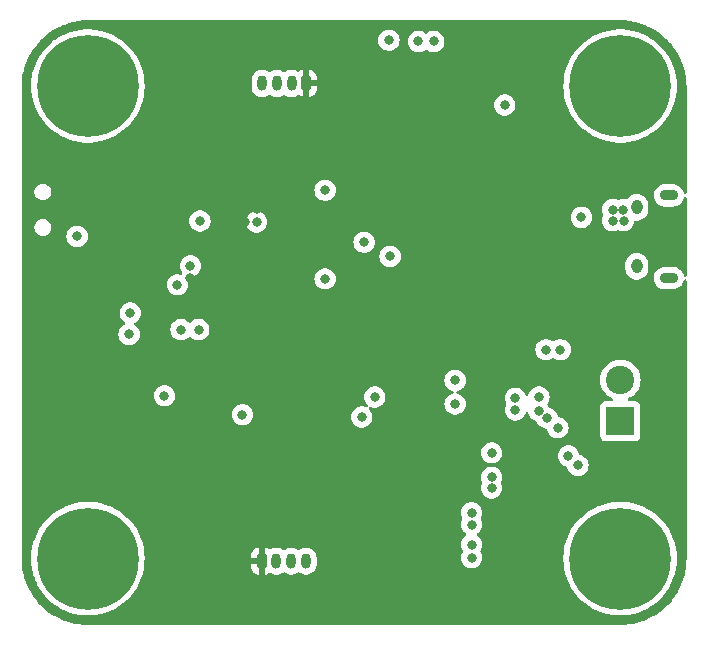
<source format=gbr>
%TF.GenerationSoftware,KiCad,Pcbnew,7.0.2*%
%TF.CreationDate,2023-06-03T12:41:16+05:30*%
%TF.ProjectId,STM32F4 based PCB,53544d33-3246-4342-9062-617365642050,rev?*%
%TF.SameCoordinates,Original*%
%TF.FileFunction,Copper,L3,Inr*%
%TF.FilePolarity,Positive*%
%FSLAX46Y46*%
G04 Gerber Fmt 4.6, Leading zero omitted, Abs format (unit mm)*
G04 Created by KiCad (PCBNEW 7.0.2) date 2023-06-03 12:41:16*
%MOMM*%
%LPD*%
G01*
G04 APERTURE LIST*
G04 Aperture macros list*
%AMRoundRect*
0 Rectangle with rounded corners*
0 $1 Rounding radius*
0 $2 $3 $4 $5 $6 $7 $8 $9 X,Y pos of 4 corners*
0 Add a 4 corners polygon primitive as box body*
4,1,4,$2,$3,$4,$5,$6,$7,$8,$9,$2,$3,0*
0 Add four circle primitives for the rounded corners*
1,1,$1+$1,$2,$3*
1,1,$1+$1,$4,$5*
1,1,$1+$1,$6,$7*
1,1,$1+$1,$8,$9*
0 Add four rect primitives between the rounded corners*
20,1,$1+$1,$2,$3,$4,$5,0*
20,1,$1+$1,$4,$5,$6,$7,0*
20,1,$1+$1,$6,$7,$8,$9,0*
20,1,$1+$1,$8,$9,$2,$3,0*%
G04 Aperture macros list end*
%TA.AperFunction,ComponentPad*%
%ADD10RoundRect,0.200000X-0.200000X-0.450000X0.200000X-0.450000X0.200000X0.450000X-0.200000X0.450000X0*%
%TD*%
%TA.AperFunction,ComponentPad*%
%ADD11O,0.800000X1.300000*%
%TD*%
%TA.AperFunction,ComponentPad*%
%ADD12C,0.900000*%
%TD*%
%TA.AperFunction,ComponentPad*%
%ADD13C,8.600000*%
%TD*%
%TA.AperFunction,ComponentPad*%
%ADD14O,1.550000X0.890000*%
%TD*%
%TA.AperFunction,ComponentPad*%
%ADD15O,0.950000X1.250000*%
%TD*%
%TA.AperFunction,ComponentPad*%
%ADD16R,2.400000X2.400000*%
%TD*%
%TA.AperFunction,ComponentPad*%
%ADD17C,2.400000*%
%TD*%
%TA.AperFunction,ComponentPad*%
%ADD18RoundRect,0.200000X0.200000X0.450000X-0.200000X0.450000X-0.200000X-0.450000X0.200000X-0.450000X0*%
%TD*%
%TA.AperFunction,ViaPad*%
%ADD19C,0.800000*%
%TD*%
G04 APERTURE END LIST*
D10*
%TO.N,+3.3V*%
%TO.C,J4*%
X108325000Y-96400000D03*
D11*
%TO.N,USART3_TX*%
X109575000Y-96400000D03*
%TO.N,USART3_RX*%
X110825000Y-96400000D03*
%TO.N,GND*%
X112075000Y-96400000D03*
%TD*%
D12*
%TO.N,GND*%
%TO.C,H1*%
X90385838Y-96180419D03*
X91330419Y-93900000D03*
X91330419Y-98460838D03*
X93610838Y-92955419D03*
D13*
X93610838Y-96180419D03*
D12*
X93610838Y-99405419D03*
X95891257Y-93900000D03*
X95891257Y-98460838D03*
X96835838Y-96180419D03*
%TD*%
%TO.N,GND*%
%TO.C,H4*%
X90385838Y-56160838D03*
X91330419Y-53880419D03*
X91330419Y-58441257D03*
X93610838Y-52935838D03*
D13*
X93610838Y-56160838D03*
D12*
X93610838Y-59385838D03*
X95891257Y-53880419D03*
X95891257Y-58441257D03*
X96835838Y-56160838D03*
%TD*%
%TO.N,GND*%
%TO.C,H3*%
X135455419Y-96180419D03*
X136400000Y-93900000D03*
X136400000Y-98460838D03*
X138680419Y-92955419D03*
D13*
X138680419Y-96180419D03*
D12*
X138680419Y-99405419D03*
X140960838Y-93900000D03*
X140960838Y-98460838D03*
X141905419Y-96180419D03*
%TD*%
D14*
%TO.N,unconnected-(J5-Shield-Pad6)*%
%TO.C,J5*%
X142800000Y-72438935D03*
D15*
X140100000Y-71438935D03*
X140100000Y-66438935D03*
D14*
X142800000Y-65438935D03*
%TD*%
D16*
%TO.N,+12V*%
%TO.C,J1*%
X138700000Y-84550000D03*
D17*
%TO.N,GND*%
X138700000Y-81050000D03*
%TD*%
D12*
%TO.N,GND*%
%TO.C,H2*%
X135455419Y-56180419D03*
X136400000Y-53900000D03*
X136400000Y-58460838D03*
X138680419Y-52955419D03*
D13*
X138680419Y-56180419D03*
D12*
X138680419Y-59405419D03*
X140960838Y-53900000D03*
X140960838Y-58460838D03*
X141905419Y-56180419D03*
%TD*%
D18*
%TO.N,+3.3V*%
%TO.C,J3*%
X112117965Y-55949581D03*
D11*
%TO.N,I2C_SCL*%
X110867965Y-55949581D03*
%TO.N,I2C1_SDA*%
X109617965Y-55949581D03*
%TO.N,GND*%
X108367965Y-55949581D03*
%TD*%
D19*
%TO.N,NRST*%
X113700000Y-72500000D03*
X113700000Y-65000000D03*
%TO.N,GND*%
X122900000Y-52400000D03*
X103000000Y-76800000D03*
X101500000Y-76800000D03*
X97100000Y-77200000D03*
X97200000Y-75400000D03*
X101200000Y-73000000D03*
X135400000Y-67300000D03*
X131800000Y-83700000D03*
X129800000Y-83600000D03*
X129800000Y-82600000D03*
X127800000Y-87229500D03*
X127800000Y-90200000D03*
X138958497Y-66641503D03*
X138058497Y-66641503D03*
X138041503Y-67581142D03*
X119200000Y-70600000D03*
X100100000Y-82400000D03*
X106700000Y-84000000D03*
X117900000Y-82500000D03*
X128912500Y-57768750D03*
X102300000Y-71400000D03*
X138963782Y-67581142D03*
X132500000Y-84300000D03*
X133400000Y-85100000D03*
X124700000Y-81100000D03*
X132400000Y-78500000D03*
X126100000Y-93300000D03*
X126100000Y-95000000D03*
X121600000Y-52400000D03*
X92700000Y-68900000D03*
%TO.N,+3.3V*%
X124200000Y-52400000D03*
%TO.N,GND*%
X131800000Y-82500000D03*
X103100000Y-67600000D03*
X107900000Y-67700000D03*
X135100000Y-88300000D03*
X126100000Y-92300000D03*
X116800000Y-84200000D03*
X133600000Y-78500000D03*
X124700000Y-83100000D03*
X134300000Y-87500000D03*
X127800000Y-89300000D03*
X126100000Y-96100000D03*
X117000000Y-69400000D03*
%TO.N,+3.3V*%
X107900000Y-66600000D03*
X109000000Y-84000000D03*
X102300000Y-72400000D03*
X99300000Y-79200000D03*
X121400000Y-95600000D03*
X123200000Y-92900000D03*
X99300000Y-80800000D03*
X92700000Y-64400000D03*
X106900000Y-67700000D03*
X116500000Y-81700000D03*
X112700000Y-66600000D03*
X128912500Y-53968750D03*
X123000000Y-89800000D03*
X130800000Y-90700000D03*
%TO.N,GND*%
X119100000Y-52300000D03*
%TO.N,+3.3V*%
X119600000Y-89800000D03*
X117700000Y-71000000D03*
X123000000Y-88500000D03*
X104700000Y-67500000D03*
X123200000Y-95600000D03*
X119600000Y-88500000D03*
X130000000Y-90000000D03*
X121400000Y-92900000D03*
%TD*%
%TA.AperFunction,Conductor*%
%TO.N,+3.3V*%
G36*
X138702442Y-50600595D02*
G01*
X138941403Y-50609984D01*
X139139935Y-50618196D01*
X139149361Y-50618948D01*
X139380116Y-50646260D01*
X139406583Y-50649559D01*
X139588136Y-50672189D01*
X139596923Y-50673609D01*
X139823141Y-50718607D01*
X140030472Y-50762081D01*
X140038608Y-50764079D01*
X140259963Y-50826507D01*
X140464109Y-50887284D01*
X140471572Y-50889770D01*
X140560724Y-50922660D01*
X140687115Y-50969289D01*
X140748392Y-50993198D01*
X140886219Y-51046979D01*
X140892975Y-51049851D01*
X141100330Y-51145443D01*
X141102807Y-51146619D01*
X141294072Y-51240123D01*
X141300156Y-51243310D01*
X141499139Y-51354746D01*
X141502012Y-51356406D01*
X141685041Y-51465468D01*
X141690412Y-51468859D01*
X141879956Y-51595508D01*
X141883066Y-51597658D01*
X142056574Y-51721540D01*
X142061211Y-51725019D01*
X142240216Y-51866136D01*
X142243539Y-51868852D01*
X142313463Y-51928075D01*
X142406203Y-52006622D01*
X142410233Y-52010188D01*
X142577548Y-52164852D01*
X142581058Y-52168227D01*
X142731771Y-52318940D01*
X142735146Y-52322450D01*
X142889810Y-52489765D01*
X142893376Y-52493795D01*
X143031126Y-52656435D01*
X143033873Y-52659796D01*
X143174969Y-52838775D01*
X143178469Y-52843439D01*
X143241855Y-52932216D01*
X143302323Y-53016907D01*
X143304508Y-53020069D01*
X143414145Y-53184153D01*
X143431124Y-53209563D01*
X143434545Y-53214981D01*
X143543585Y-53397975D01*
X143545252Y-53400859D01*
X143656680Y-53599828D01*
X143659891Y-53605957D01*
X143753354Y-53797139D01*
X143754563Y-53799685D01*
X143850133Y-54006992D01*
X143853040Y-54013831D01*
X143930711Y-54212884D01*
X144010233Y-54428436D01*
X144012726Y-54435927D01*
X144030195Y-54494605D01*
X144073501Y-54640069D01*
X144135909Y-54861353D01*
X144137924Y-54869558D01*
X144181407Y-55076936D01*
X144226383Y-55303044D01*
X144227813Y-55311893D01*
X144253740Y-55519883D01*
X144281051Y-55750638D01*
X144281804Y-55760087D01*
X144290016Y-55958627D01*
X144299404Y-56197556D01*
X144299500Y-56202424D01*
X144299500Y-65200826D01*
X144279815Y-65267865D01*
X144227011Y-65313620D01*
X144157853Y-65323564D01*
X144094297Y-65294539D01*
X144056523Y-65235761D01*
X144052930Y-65219603D01*
X144050037Y-65200720D01*
X143983253Y-65020397D01*
X143983252Y-65020395D01*
X143881534Y-64857204D01*
X143749049Y-64717829D01*
X143591219Y-64607977D01*
X143414508Y-64532144D01*
X143226148Y-64493435D01*
X142422050Y-64493435D01*
X142418939Y-64493751D01*
X142418926Y-64493752D01*
X142278690Y-64508013D01*
X142095213Y-64565580D01*
X141927080Y-64658900D01*
X141781173Y-64784157D01*
X141663469Y-64936217D01*
X141578783Y-65108863D01*
X141578783Y-65108864D01*
X141537615Y-65267865D01*
X141530583Y-65295023D01*
X141520844Y-65487072D01*
X141549962Y-65677149D01*
X141616746Y-65857472D01*
X141616748Y-65857475D01*
X141718466Y-66020666D01*
X141850951Y-66160041D01*
X142008781Y-66269893D01*
X142185492Y-66345726D01*
X142373852Y-66384435D01*
X142373853Y-66384435D01*
X143174808Y-66384435D01*
X143177950Y-66384435D01*
X143321309Y-66369857D01*
X143504786Y-66312290D01*
X143672920Y-66218969D01*
X143818826Y-66093713D01*
X143915660Y-65968613D01*
X143936530Y-65941652D01*
X143976021Y-65861144D01*
X144021217Y-65769006D01*
X144055459Y-65636756D01*
X144091318Y-65576793D01*
X144153905Y-65545734D01*
X144223348Y-65553443D01*
X144277600Y-65597471D01*
X144299436Y-65663841D01*
X144299500Y-65667839D01*
X144299500Y-72200826D01*
X144279815Y-72267865D01*
X144227011Y-72313620D01*
X144157853Y-72323564D01*
X144094297Y-72294539D01*
X144056523Y-72235761D01*
X144052930Y-72219603D01*
X144050037Y-72200720D01*
X143983253Y-72020397D01*
X143950459Y-71967784D01*
X143881534Y-71857204D01*
X143749049Y-71717829D01*
X143591219Y-71607977D01*
X143414508Y-71532144D01*
X143226148Y-71493435D01*
X142422050Y-71493435D01*
X142418939Y-71493751D01*
X142418926Y-71493752D01*
X142278690Y-71508013D01*
X142095213Y-71565580D01*
X141927080Y-71658900D01*
X141781173Y-71784157D01*
X141663469Y-71936217D01*
X141578783Y-72108863D01*
X141559290Y-72184151D01*
X141537615Y-72267865D01*
X141530583Y-72295023D01*
X141520844Y-72487072D01*
X141549962Y-72677149D01*
X141616746Y-72857472D01*
X141616748Y-72857475D01*
X141718466Y-73020666D01*
X141850951Y-73160041D01*
X142008781Y-73269893D01*
X142185492Y-73345726D01*
X142373852Y-73384435D01*
X142373853Y-73384435D01*
X143174808Y-73384435D01*
X143177950Y-73384435D01*
X143321309Y-73369857D01*
X143504786Y-73312290D01*
X143672920Y-73218969D01*
X143818826Y-73093713D01*
X143891366Y-72999999D01*
X143936530Y-72941652D01*
X143936531Y-72941650D01*
X144021217Y-72769006D01*
X144055459Y-72636756D01*
X144091318Y-72576793D01*
X144153905Y-72545734D01*
X144223348Y-72553443D01*
X144277600Y-72597471D01*
X144299436Y-72663841D01*
X144299500Y-72667839D01*
X144299500Y-96197575D01*
X144299404Y-96202443D01*
X144290016Y-96441372D01*
X144281804Y-96639911D01*
X144281051Y-96649360D01*
X144253740Y-96880115D01*
X144227814Y-97088103D01*
X144226383Y-97096954D01*
X144181407Y-97323063D01*
X144137925Y-97530439D01*
X144135909Y-97538646D01*
X144073501Y-97759929D01*
X144012731Y-97964057D01*
X144010224Y-97971587D01*
X143930711Y-98187115D01*
X143853039Y-98386172D01*
X143850136Y-98393000D01*
X143754563Y-98600313D01*
X143753354Y-98602859D01*
X143659891Y-98794041D01*
X143656680Y-98800170D01*
X143545252Y-98999139D01*
X143543585Y-99002023D01*
X143434545Y-99185017D01*
X143431124Y-99190435D01*
X143304508Y-99379929D01*
X143302323Y-99383091D01*
X143178488Y-99556534D01*
X143174950Y-99561249D01*
X143033883Y-99740190D01*
X143031126Y-99743563D01*
X142893376Y-99906203D01*
X142889810Y-99910233D01*
X142735146Y-100077548D01*
X142731771Y-100081058D01*
X142581058Y-100231771D01*
X142577548Y-100235146D01*
X142410233Y-100389810D01*
X142406203Y-100393376D01*
X142243563Y-100531126D01*
X142240190Y-100533883D01*
X142061249Y-100674950D01*
X142056534Y-100678488D01*
X141883091Y-100802323D01*
X141879929Y-100804508D01*
X141690435Y-100931124D01*
X141685017Y-100934545D01*
X141502023Y-101043585D01*
X141499139Y-101045252D01*
X141300170Y-101156680D01*
X141294041Y-101159891D01*
X141102859Y-101253354D01*
X141100313Y-101254563D01*
X140893006Y-101350133D01*
X140886167Y-101353040D01*
X140687115Y-101430711D01*
X140506584Y-101497313D01*
X140471589Y-101510224D01*
X140471586Y-101510225D01*
X140464059Y-101512730D01*
X140259930Y-101573501D01*
X140038644Y-101635909D01*
X140030440Y-101637924D01*
X139823063Y-101681407D01*
X139596954Y-101726383D01*
X139588105Y-101727813D01*
X139380116Y-101753740D01*
X139149360Y-101781051D01*
X139139912Y-101781804D01*
X138941373Y-101790016D01*
X138702443Y-101799404D01*
X138697575Y-101799500D01*
X93602425Y-101799500D01*
X93597557Y-101799404D01*
X93358627Y-101790016D01*
X93160087Y-101781804D01*
X93150638Y-101781051D01*
X92919884Y-101753740D01*
X92711896Y-101727814D01*
X92703044Y-101726383D01*
X92476936Y-101681407D01*
X92269559Y-101637925D01*
X92261351Y-101635909D01*
X92040069Y-101573501D01*
X91955669Y-101548374D01*
X91835927Y-101512726D01*
X91828414Y-101510225D01*
X91687924Y-101458395D01*
X91612884Y-101430711D01*
X91524396Y-101396183D01*
X91413813Y-101353033D01*
X91406998Y-101350136D01*
X91199685Y-101254563D01*
X91197139Y-101253354D01*
X91005957Y-101159891D01*
X90999828Y-101156680D01*
X90800859Y-101045252D01*
X90797975Y-101043585D01*
X90614981Y-100934545D01*
X90609563Y-100931124D01*
X90420069Y-100804508D01*
X90416907Y-100802323D01*
X90345457Y-100751309D01*
X90243439Y-100678469D01*
X90238775Y-100674969D01*
X90059796Y-100533873D01*
X90056435Y-100531126D01*
X89893795Y-100393376D01*
X89889765Y-100389810D01*
X89722450Y-100235146D01*
X89718940Y-100231771D01*
X89568227Y-100081058D01*
X89564852Y-100077548D01*
X89410188Y-99910233D01*
X89406622Y-99906203D01*
X89359515Y-99850585D01*
X89268852Y-99743539D01*
X89266136Y-99740216D01*
X89125019Y-99561211D01*
X89121540Y-99556574D01*
X88997658Y-99383066D01*
X88995508Y-99379956D01*
X88868859Y-99190412D01*
X88865468Y-99185041D01*
X88756406Y-99002012D01*
X88754746Y-98999139D01*
X88643318Y-98800170D01*
X88640123Y-98794072D01*
X88546619Y-98602807D01*
X88545435Y-98600313D01*
X88520633Y-98546513D01*
X88449857Y-98392988D01*
X88446966Y-98386186D01*
X88369283Y-98187102D01*
X88289753Y-97971526D01*
X88287285Y-97964110D01*
X88226498Y-97759929D01*
X88164083Y-97538621D01*
X88162074Y-97530439D01*
X88158028Y-97511144D01*
X88118592Y-97323062D01*
X88110996Y-97284875D01*
X88073610Y-97096927D01*
X88072187Y-97088118D01*
X88046259Y-96880111D01*
X88018944Y-96649334D01*
X88018196Y-96639937D01*
X88009977Y-96441221D01*
X88003967Y-96288257D01*
X88000596Y-96202443D01*
X88000500Y-96197575D01*
X88000500Y-96180419D01*
X88805499Y-96180419D01*
X88824844Y-96611166D01*
X88825214Y-96613904D01*
X88825216Y-96613916D01*
X88865241Y-96909389D01*
X88882723Y-97038445D01*
X88883342Y-97041159D01*
X88883343Y-97041162D01*
X88973040Y-97434152D01*
X88978670Y-97458816D01*
X88979527Y-97461454D01*
X88979528Y-97461457D01*
X89008297Y-97549998D01*
X89111912Y-97868894D01*
X89113009Y-97871462D01*
X89113013Y-97871471D01*
X89155805Y-97971587D01*
X89281377Y-98265377D01*
X89282691Y-98267820D01*
X89282696Y-98267829D01*
X89346387Y-98386186D01*
X89485701Y-98645074D01*
X89487234Y-98647397D01*
X89487235Y-98647398D01*
X89721320Y-99002023D01*
X89723237Y-99004926D01*
X89992074Y-99342038D01*
X90290048Y-99653693D01*
X90292135Y-99655516D01*
X90292142Y-99655523D01*
X90392885Y-99743539D01*
X90614758Y-99937384D01*
X90963591Y-100190826D01*
X91333738Y-100411979D01*
X91722219Y-100599062D01*
X92125907Y-100750568D01*
X92541549Y-100865278D01*
X92965802Y-100942269D01*
X93395247Y-100980919D01*
X93398024Y-100980919D01*
X93823652Y-100980919D01*
X93826429Y-100980919D01*
X94255874Y-100942269D01*
X94680127Y-100865278D01*
X95095769Y-100750568D01*
X95499457Y-100599062D01*
X95887938Y-100411979D01*
X96258085Y-100190826D01*
X96606918Y-99937384D01*
X96931628Y-99653693D01*
X97229602Y-99342038D01*
X97498439Y-99004926D01*
X97735975Y-98645074D01*
X97940299Y-98265377D01*
X98109764Y-97868894D01*
X98243006Y-97458816D01*
X98338953Y-97038445D01*
X98391572Y-96650000D01*
X107425001Y-96650000D01*
X107425001Y-96903753D01*
X107425256Y-96909389D01*
X107431408Y-96977104D01*
X107481981Y-97139397D01*
X107569925Y-97284875D01*
X107690124Y-97405074D01*
X107835603Y-97493019D01*
X107997893Y-97543590D01*
X108065620Y-97549745D01*
X108071238Y-97549999D01*
X108074998Y-97549998D01*
X108074999Y-97549998D01*
X108075000Y-96650000D01*
X107425001Y-96650000D01*
X98391572Y-96650000D01*
X98396832Y-96611166D01*
X98406316Y-96400000D01*
X108070102Y-96400000D01*
X108089505Y-96497545D01*
X108144760Y-96580240D01*
X108227455Y-96635495D01*
X108300376Y-96650000D01*
X108349624Y-96650000D01*
X108422545Y-96635495D01*
X108505240Y-96580240D01*
X108560495Y-96497545D01*
X108575000Y-96424623D01*
X108575000Y-97549999D01*
X108578753Y-97549999D01*
X108584389Y-97549743D01*
X108652104Y-97543591D01*
X108814397Y-97493018D01*
X108956228Y-97407278D01*
X109023782Y-97389442D01*
X109090256Y-97410959D01*
X109093264Y-97413077D01*
X109122270Y-97434151D01*
X109122271Y-97434151D01*
X109122272Y-97434152D01*
X109295197Y-97511144D01*
X109480352Y-97550500D01*
X109480354Y-97550500D01*
X109669648Y-97550500D01*
X109793083Y-97524262D01*
X109854803Y-97511144D01*
X110027730Y-97434151D01*
X110127115Y-97361943D01*
X110192921Y-97338464D01*
X110260974Y-97354289D01*
X110272878Y-97361939D01*
X110372270Y-97434151D01*
X110372271Y-97434151D01*
X110372272Y-97434152D01*
X110545197Y-97511144D01*
X110730352Y-97550500D01*
X110730354Y-97550500D01*
X110919648Y-97550500D01*
X111043083Y-97524262D01*
X111104803Y-97511144D01*
X111277730Y-97434151D01*
X111377115Y-97361943D01*
X111442921Y-97338464D01*
X111510974Y-97354289D01*
X111522878Y-97361939D01*
X111622270Y-97434151D01*
X111622271Y-97434151D01*
X111622272Y-97434152D01*
X111795197Y-97511144D01*
X111980352Y-97550500D01*
X111980354Y-97550500D01*
X112169648Y-97550500D01*
X112293084Y-97524262D01*
X112354803Y-97511144D01*
X112527730Y-97434151D01*
X112637651Y-97354289D01*
X112680870Y-97322889D01*
X112807533Y-97182216D01*
X112902179Y-97018284D01*
X112937561Y-96909389D01*
X112960674Y-96838256D01*
X112975500Y-96697192D01*
X112975500Y-96102808D01*
X112975205Y-96100000D01*
X125194540Y-96100000D01*
X125214326Y-96288257D01*
X125272820Y-96468284D01*
X125367466Y-96632216D01*
X125494129Y-96772889D01*
X125647269Y-96884151D01*
X125820197Y-96961144D01*
X126005352Y-97000500D01*
X126005354Y-97000500D01*
X126194648Y-97000500D01*
X126318083Y-96974262D01*
X126379803Y-96961144D01*
X126552730Y-96884151D01*
X126705871Y-96772888D01*
X126832533Y-96632216D01*
X126927179Y-96468284D01*
X126985674Y-96288256D01*
X126997008Y-96180419D01*
X133875080Y-96180419D01*
X133894425Y-96611166D01*
X133894795Y-96613904D01*
X133894797Y-96613916D01*
X133934822Y-96909389D01*
X133952304Y-97038445D01*
X133952923Y-97041159D01*
X133952924Y-97041162D01*
X134042621Y-97434152D01*
X134048251Y-97458816D01*
X134049108Y-97461454D01*
X134049109Y-97461457D01*
X134077878Y-97549998D01*
X134181493Y-97868894D01*
X134182590Y-97871462D01*
X134182594Y-97871471D01*
X134225386Y-97971587D01*
X134350958Y-98265377D01*
X134352272Y-98267820D01*
X134352277Y-98267829D01*
X134415968Y-98386186D01*
X134555282Y-98645074D01*
X134556815Y-98647397D01*
X134556816Y-98647398D01*
X134790901Y-99002023D01*
X134792818Y-99004926D01*
X135061655Y-99342038D01*
X135359629Y-99653693D01*
X135361716Y-99655516D01*
X135361723Y-99655523D01*
X135462466Y-99743539D01*
X135684339Y-99937384D01*
X136033172Y-100190826D01*
X136403319Y-100411979D01*
X136791800Y-100599062D01*
X137195488Y-100750568D01*
X137611130Y-100865278D01*
X138035383Y-100942269D01*
X138464828Y-100980919D01*
X138467605Y-100980919D01*
X138893233Y-100980919D01*
X138896010Y-100980919D01*
X139325455Y-100942269D01*
X139749708Y-100865278D01*
X140165350Y-100750568D01*
X140569038Y-100599062D01*
X140957519Y-100411979D01*
X141327666Y-100190826D01*
X141676499Y-99937384D01*
X142001209Y-99653693D01*
X142299183Y-99342038D01*
X142568020Y-99004926D01*
X142805556Y-98645074D01*
X143009880Y-98265377D01*
X143179345Y-97868894D01*
X143312587Y-97458816D01*
X143408534Y-97038445D01*
X143466413Y-96611166D01*
X143485758Y-96180419D01*
X143466413Y-95749672D01*
X143408534Y-95322393D01*
X143312587Y-94902022D01*
X143179345Y-94491944D01*
X143009880Y-94095461D01*
X142805556Y-93715764D01*
X142568020Y-93355912D01*
X142299183Y-93018800D01*
X142001209Y-92707145D01*
X141999121Y-92705321D01*
X141999114Y-92705314D01*
X141678591Y-92425282D01*
X141676499Y-92423454D01*
X141327666Y-92170012D01*
X141148515Y-92062974D01*
X140959893Y-91950277D01*
X140959886Y-91950273D01*
X140957519Y-91948859D01*
X140955030Y-91947660D01*
X140955022Y-91947656D01*
X140708832Y-91829097D01*
X140569038Y-91761776D01*
X140566434Y-91760798D01*
X140566423Y-91760794D01*
X140167960Y-91611249D01*
X140167949Y-91611245D01*
X140165350Y-91610270D01*
X140162665Y-91609529D01*
X140162662Y-91609528D01*
X139752397Y-91496302D01*
X139752394Y-91496301D01*
X139749708Y-91495560D01*
X139746976Y-91495064D01*
X139746962Y-91495061D01*
X139328195Y-91419066D01*
X139328189Y-91419065D01*
X139325455Y-91418569D01*
X139322703Y-91418321D01*
X139322686Y-91418319D01*
X138898773Y-91380167D01*
X138898758Y-91380166D01*
X138896010Y-91379919D01*
X138464828Y-91379919D01*
X138462080Y-91380166D01*
X138462064Y-91380167D01*
X138038151Y-91418319D01*
X138038131Y-91418321D01*
X138035383Y-91418569D01*
X138032651Y-91419064D01*
X138032642Y-91419066D01*
X137613875Y-91495061D01*
X137613856Y-91495065D01*
X137611130Y-91495560D01*
X137608448Y-91496300D01*
X137608440Y-91496302D01*
X137198175Y-91609528D01*
X137198166Y-91609530D01*
X137195488Y-91610270D01*
X137192895Y-91611243D01*
X137192877Y-91611249D01*
X136794414Y-91760794D01*
X136794395Y-91760801D01*
X136791800Y-91761776D01*
X136789290Y-91762984D01*
X136789287Y-91762986D01*
X136405815Y-91947656D01*
X136405797Y-91947665D01*
X136403319Y-91948859D01*
X136400960Y-91950267D01*
X136400944Y-91950277D01*
X136035555Y-92168588D01*
X136033172Y-92170012D01*
X136030927Y-92171642D01*
X136030918Y-92171649D01*
X135686588Y-92421819D01*
X135686573Y-92421830D01*
X135684339Y-92423454D01*
X135682253Y-92425275D01*
X135682246Y-92425282D01*
X135361723Y-92705314D01*
X135361704Y-92705331D01*
X135359629Y-92707145D01*
X135357709Y-92709152D01*
X135357706Y-92709156D01*
X135063574Y-93016792D01*
X135063564Y-93016802D01*
X135061655Y-93018800D01*
X135059936Y-93020955D01*
X135059926Y-93020967D01*
X134794555Y-93353733D01*
X134794547Y-93353742D01*
X134792818Y-93355912D01*
X134791291Y-93358224D01*
X134791281Y-93358239D01*
X134556816Y-93713439D01*
X134556809Y-93713450D01*
X134555282Y-93715764D01*
X134553970Y-93718200D01*
X134553964Y-93718212D01*
X134352277Y-94093008D01*
X134352268Y-94093025D01*
X134350958Y-94095461D01*
X134349863Y-94098021D01*
X134349860Y-94098029D01*
X134182594Y-94489366D01*
X134182587Y-94489383D01*
X134181493Y-94491944D01*
X134180630Y-94494597D01*
X134180628Y-94494605D01*
X134077585Y-94811742D01*
X134048251Y-94902022D01*
X134047635Y-94904720D01*
X134047633Y-94904728D01*
X133952924Y-95319675D01*
X133952304Y-95322393D01*
X133951931Y-95325146D01*
X133951930Y-95325152D01*
X133894797Y-95746921D01*
X133894795Y-95746935D01*
X133894425Y-95749672D01*
X133894300Y-95752442D01*
X133894300Y-95752449D01*
X133878420Y-96106049D01*
X133875080Y-96180419D01*
X126997008Y-96180419D01*
X127005460Y-96100000D01*
X126985674Y-95911744D01*
X126933916Y-95752449D01*
X126927179Y-95731715D01*
X126858061Y-95612000D01*
X126841588Y-95544100D01*
X126858061Y-95488000D01*
X126927179Y-95368284D01*
X126927971Y-95365847D01*
X126985674Y-95188256D01*
X127005460Y-95000000D01*
X126985674Y-94811744D01*
X126927179Y-94631716D01*
X126927179Y-94631715D01*
X126832533Y-94467783D01*
X126705870Y-94327111D01*
X126600173Y-94250318D01*
X126557507Y-94194989D01*
X126551528Y-94125375D01*
X126584133Y-94063580D01*
X126600173Y-94049682D01*
X126624565Y-94031959D01*
X126705871Y-93972888D01*
X126832533Y-93832216D01*
X126927179Y-93668284D01*
X126985674Y-93488256D01*
X127005460Y-93300000D01*
X126985674Y-93111744D01*
X126927179Y-92931716D01*
X126886927Y-92861999D01*
X126870455Y-92794100D01*
X126886928Y-92738000D01*
X126904742Y-92707145D01*
X126927179Y-92668284D01*
X126985674Y-92488256D01*
X127005460Y-92300000D01*
X126985674Y-92111744D01*
X126932749Y-91948859D01*
X126927179Y-91931715D01*
X126832533Y-91767783D01*
X126705870Y-91627110D01*
X126552730Y-91515848D01*
X126379802Y-91438855D01*
X126194648Y-91399500D01*
X126194646Y-91399500D01*
X126005354Y-91399500D01*
X126005352Y-91399500D01*
X125820197Y-91438855D01*
X125647269Y-91515848D01*
X125494129Y-91627110D01*
X125367466Y-91767783D01*
X125272820Y-91931715D01*
X125214326Y-92111742D01*
X125194540Y-92299999D01*
X125214326Y-92488257D01*
X125272820Y-92668284D01*
X125313071Y-92737999D01*
X125329544Y-92805899D01*
X125313072Y-92861998D01*
X125272820Y-92931716D01*
X125214326Y-93111742D01*
X125194540Y-93300000D01*
X125214326Y-93488257D01*
X125272820Y-93668284D01*
X125367466Y-93832216D01*
X125494129Y-93972889D01*
X125599826Y-94049682D01*
X125642492Y-94105012D01*
X125648471Y-94174625D01*
X125615865Y-94236420D01*
X125599826Y-94250318D01*
X125494129Y-94327110D01*
X125367466Y-94467783D01*
X125272820Y-94631715D01*
X125214326Y-94811742D01*
X125194540Y-95000000D01*
X125214326Y-95188257D01*
X125272820Y-95368284D01*
X125341939Y-95488000D01*
X125358412Y-95555900D01*
X125341939Y-95612000D01*
X125272820Y-95731715D01*
X125214326Y-95911742D01*
X125194540Y-96100000D01*
X112975205Y-96100000D01*
X112960674Y-95961744D01*
X112902179Y-95781716D01*
X112902179Y-95781715D01*
X112807533Y-95617783D01*
X112680870Y-95477110D01*
X112527730Y-95365848D01*
X112354802Y-95288855D01*
X112169648Y-95249500D01*
X112169646Y-95249500D01*
X111980354Y-95249500D01*
X111980352Y-95249500D01*
X111795197Y-95288855D01*
X111622269Y-95365848D01*
X111522885Y-95438055D01*
X111457079Y-95461535D01*
X111389025Y-95445709D01*
X111377115Y-95438055D01*
X111277730Y-95365848D01*
X111104802Y-95288855D01*
X110919648Y-95249500D01*
X110919646Y-95249500D01*
X110730354Y-95249500D01*
X110730352Y-95249500D01*
X110545197Y-95288855D01*
X110372269Y-95365848D01*
X110272885Y-95438055D01*
X110207079Y-95461535D01*
X110139025Y-95445709D01*
X110127115Y-95438055D01*
X110027730Y-95365848D01*
X109854802Y-95288855D01*
X109669648Y-95249500D01*
X109669646Y-95249500D01*
X109480354Y-95249500D01*
X109480352Y-95249500D01*
X109295197Y-95288855D01*
X109122271Y-95365847D01*
X109093261Y-95386924D01*
X109027454Y-95410402D01*
X108959400Y-95394575D01*
X108956228Y-95392721D01*
X108814396Y-95306980D01*
X108652106Y-95256409D01*
X108584384Y-95250255D01*
X108578756Y-95250000D01*
X108575000Y-95250000D01*
X108575000Y-96375376D01*
X108560495Y-96302455D01*
X108505240Y-96219760D01*
X108422545Y-96164505D01*
X108349624Y-96150000D01*
X108300376Y-96150000D01*
X108227455Y-96164505D01*
X108144760Y-96219760D01*
X108089505Y-96302455D01*
X108070102Y-96400000D01*
X98406316Y-96400000D01*
X98416177Y-96180419D01*
X98414811Y-96150000D01*
X107425000Y-96150000D01*
X108074999Y-96150000D01*
X108074999Y-95250000D01*
X108074998Y-95249999D01*
X108071228Y-95250000D01*
X108065628Y-95250255D01*
X107997895Y-95256408D01*
X107835602Y-95306981D01*
X107690124Y-95394925D01*
X107569925Y-95515124D01*
X107481980Y-95660603D01*
X107431409Y-95822893D01*
X107425255Y-95890615D01*
X107425000Y-95896244D01*
X107425000Y-96150000D01*
X98414811Y-96150000D01*
X98396832Y-95749672D01*
X98338953Y-95322393D01*
X98243006Y-94902022D01*
X98109764Y-94491944D01*
X97940299Y-94095461D01*
X97735975Y-93715764D01*
X97498439Y-93355912D01*
X97229602Y-93018800D01*
X96931628Y-92707145D01*
X96929540Y-92705321D01*
X96929533Y-92705314D01*
X96609010Y-92425282D01*
X96606918Y-92423454D01*
X96258085Y-92170012D01*
X96078934Y-92062974D01*
X95890312Y-91950277D01*
X95890305Y-91950273D01*
X95887938Y-91948859D01*
X95885449Y-91947660D01*
X95885441Y-91947656D01*
X95639251Y-91829097D01*
X95499457Y-91761776D01*
X95496853Y-91760798D01*
X95496842Y-91760794D01*
X95098379Y-91611249D01*
X95098368Y-91611245D01*
X95095769Y-91610270D01*
X95093084Y-91609529D01*
X95093081Y-91609528D01*
X94682816Y-91496302D01*
X94682813Y-91496301D01*
X94680127Y-91495560D01*
X94677395Y-91495064D01*
X94677381Y-91495061D01*
X94258614Y-91419066D01*
X94258608Y-91419065D01*
X94255874Y-91418569D01*
X94253122Y-91418321D01*
X94253105Y-91418319D01*
X93829192Y-91380167D01*
X93829177Y-91380166D01*
X93826429Y-91379919D01*
X93395247Y-91379919D01*
X93392499Y-91380166D01*
X93392483Y-91380167D01*
X92968570Y-91418319D01*
X92968550Y-91418321D01*
X92965802Y-91418569D01*
X92963070Y-91419064D01*
X92963061Y-91419066D01*
X92544294Y-91495061D01*
X92544275Y-91495065D01*
X92541549Y-91495560D01*
X92538867Y-91496300D01*
X92538859Y-91496302D01*
X92128594Y-91609528D01*
X92128585Y-91609530D01*
X92125907Y-91610270D01*
X92123314Y-91611243D01*
X92123296Y-91611249D01*
X91724833Y-91760794D01*
X91724814Y-91760801D01*
X91722219Y-91761776D01*
X91719709Y-91762984D01*
X91719706Y-91762986D01*
X91336234Y-91947656D01*
X91336216Y-91947665D01*
X91333738Y-91948859D01*
X91331379Y-91950267D01*
X91331363Y-91950277D01*
X90965974Y-92168588D01*
X90963591Y-92170012D01*
X90961346Y-92171642D01*
X90961337Y-92171649D01*
X90617007Y-92421819D01*
X90616992Y-92421830D01*
X90614758Y-92423454D01*
X90612672Y-92425275D01*
X90612665Y-92425282D01*
X90292142Y-92705314D01*
X90292123Y-92705331D01*
X90290048Y-92707145D01*
X90288128Y-92709152D01*
X90288125Y-92709156D01*
X89993993Y-93016792D01*
X89993983Y-93016802D01*
X89992074Y-93018800D01*
X89990355Y-93020955D01*
X89990345Y-93020967D01*
X89724974Y-93353733D01*
X89724966Y-93353742D01*
X89723237Y-93355912D01*
X89721710Y-93358224D01*
X89721700Y-93358239D01*
X89487235Y-93713439D01*
X89487228Y-93713450D01*
X89485701Y-93715764D01*
X89484389Y-93718200D01*
X89484383Y-93718212D01*
X89282696Y-94093008D01*
X89282687Y-94093025D01*
X89281377Y-94095461D01*
X89280282Y-94098021D01*
X89280279Y-94098029D01*
X89113013Y-94489366D01*
X89113006Y-94489383D01*
X89111912Y-94491944D01*
X89111049Y-94494597D01*
X89111047Y-94494605D01*
X89008004Y-94811742D01*
X88978670Y-94902022D01*
X88978054Y-94904720D01*
X88978052Y-94904728D01*
X88883343Y-95319675D01*
X88882723Y-95322393D01*
X88882350Y-95325146D01*
X88882349Y-95325152D01*
X88825216Y-95746921D01*
X88825214Y-95746935D01*
X88824844Y-95749672D01*
X88824719Y-95752442D01*
X88824719Y-95752449D01*
X88808839Y-96106049D01*
X88805499Y-96180419D01*
X88000500Y-96180419D01*
X88000500Y-90199999D01*
X126894540Y-90199999D01*
X126914326Y-90388257D01*
X126972820Y-90568284D01*
X127067466Y-90732216D01*
X127194129Y-90872889D01*
X127347269Y-90984151D01*
X127520197Y-91061144D01*
X127705352Y-91100500D01*
X127705354Y-91100500D01*
X127894648Y-91100500D01*
X128018083Y-91074262D01*
X128079803Y-91061144D01*
X128252730Y-90984151D01*
X128405871Y-90872888D01*
X128532533Y-90732216D01*
X128627179Y-90568284D01*
X128685674Y-90388256D01*
X128705460Y-90200000D01*
X128685674Y-90011744D01*
X128627179Y-89831716D01*
X128627179Y-89831715D01*
X128615796Y-89811999D01*
X128599323Y-89744098D01*
X128615796Y-89687999D01*
X128627179Y-89668284D01*
X128685674Y-89488256D01*
X128705460Y-89300000D01*
X128685674Y-89111744D01*
X128627179Y-88931716D01*
X128627179Y-88931715D01*
X128532533Y-88767783D01*
X128405870Y-88627110D01*
X128252730Y-88515848D01*
X128079802Y-88438855D01*
X127894648Y-88399500D01*
X127894646Y-88399500D01*
X127705354Y-88399500D01*
X127705352Y-88399500D01*
X127520197Y-88438855D01*
X127347269Y-88515848D01*
X127194129Y-88627110D01*
X127067466Y-88767783D01*
X126972820Y-88931715D01*
X126914326Y-89111742D01*
X126894540Y-89300000D01*
X126914326Y-89488257D01*
X126972820Y-89668284D01*
X126984203Y-89687999D01*
X127000676Y-89755899D01*
X126984205Y-89811996D01*
X126972820Y-89831715D01*
X126914326Y-90011742D01*
X126894540Y-90199999D01*
X88000500Y-90199999D01*
X88000500Y-87229499D01*
X126894540Y-87229499D01*
X126914326Y-87417757D01*
X126972820Y-87597784D01*
X127067466Y-87761716D01*
X127194129Y-87902389D01*
X127347269Y-88013651D01*
X127520197Y-88090644D01*
X127705352Y-88130000D01*
X127705354Y-88130000D01*
X127894648Y-88130000D01*
X128018083Y-88103762D01*
X128079803Y-88090644D01*
X128252730Y-88013651D01*
X128405870Y-87902389D01*
X128532533Y-87761716D01*
X128627179Y-87597784D01*
X128653801Y-87515849D01*
X128658951Y-87500000D01*
X133394540Y-87500000D01*
X133414326Y-87688257D01*
X133472820Y-87868284D01*
X133567466Y-88032216D01*
X133694129Y-88172889D01*
X133847269Y-88284151D01*
X133963168Y-88335752D01*
X134020197Y-88361144D01*
X134116976Y-88381714D01*
X134178455Y-88414905D01*
X134212232Y-88476068D01*
X134214116Y-88487611D01*
X134272820Y-88668284D01*
X134367466Y-88832216D01*
X134494129Y-88972889D01*
X134647269Y-89084151D01*
X134820197Y-89161144D01*
X135005352Y-89200500D01*
X135005354Y-89200500D01*
X135194648Y-89200500D01*
X135318084Y-89174262D01*
X135379803Y-89161144D01*
X135552730Y-89084151D01*
X135705871Y-88972888D01*
X135832533Y-88832216D01*
X135927179Y-88668284D01*
X135985674Y-88488256D01*
X136005460Y-88300000D01*
X135985674Y-88111744D01*
X135927179Y-87931716D01*
X135927179Y-87931715D01*
X135832533Y-87767783D01*
X135705870Y-87627110D01*
X135552730Y-87515848D01*
X135379803Y-87438855D01*
X135283025Y-87418284D01*
X135221543Y-87385091D01*
X135187767Y-87323928D01*
X135185882Y-87312387D01*
X135185674Y-87311748D01*
X135185674Y-87311744D01*
X135127179Y-87131716D01*
X135127179Y-87131715D01*
X135032533Y-86967783D01*
X134905870Y-86827110D01*
X134752730Y-86715848D01*
X134579802Y-86638855D01*
X134394648Y-86599500D01*
X134394646Y-86599500D01*
X134205354Y-86599500D01*
X134205352Y-86599500D01*
X134020197Y-86638855D01*
X133847269Y-86715848D01*
X133694129Y-86827110D01*
X133567466Y-86967783D01*
X133472820Y-87131715D01*
X133414326Y-87311742D01*
X133394540Y-87500000D01*
X128658951Y-87500000D01*
X128685674Y-87417756D01*
X128705460Y-87229500D01*
X128685674Y-87041244D01*
X128627179Y-86861216D01*
X128627179Y-86861215D01*
X128532533Y-86697283D01*
X128405870Y-86556610D01*
X128252730Y-86445348D01*
X128079802Y-86368355D01*
X127894648Y-86329000D01*
X127894646Y-86329000D01*
X127705354Y-86329000D01*
X127705352Y-86329000D01*
X127520197Y-86368355D01*
X127347269Y-86445348D01*
X127194129Y-86556610D01*
X127067466Y-86697283D01*
X126972820Y-86861215D01*
X126914326Y-87041242D01*
X126894540Y-87229499D01*
X88000500Y-87229499D01*
X88000500Y-83999999D01*
X105794540Y-83999999D01*
X105814326Y-84188257D01*
X105872820Y-84368284D01*
X105967466Y-84532216D01*
X106094129Y-84672889D01*
X106247269Y-84784151D01*
X106420197Y-84861144D01*
X106605352Y-84900500D01*
X106605354Y-84900500D01*
X106794648Y-84900500D01*
X106924551Y-84872888D01*
X106979803Y-84861144D01*
X107152730Y-84784151D01*
X107305871Y-84672888D01*
X107432533Y-84532216D01*
X107527179Y-84368284D01*
X107581858Y-84200000D01*
X115894540Y-84200000D01*
X115914326Y-84388257D01*
X115972820Y-84568284D01*
X116067466Y-84732216D01*
X116194129Y-84872889D01*
X116347269Y-84984151D01*
X116520197Y-85061144D01*
X116705352Y-85100500D01*
X116705354Y-85100500D01*
X116894648Y-85100500D01*
X117018083Y-85074262D01*
X117079803Y-85061144D01*
X117252730Y-84984151D01*
X117405871Y-84872888D01*
X117532533Y-84732216D01*
X117627179Y-84568284D01*
X117685674Y-84388256D01*
X117705460Y-84200000D01*
X117685674Y-84011744D01*
X117655332Y-83918363D01*
X117627179Y-83831715D01*
X117532533Y-83667783D01*
X117403380Y-83524345D01*
X117373150Y-83461354D01*
X117381775Y-83392019D01*
X117426516Y-83338353D01*
X117493169Y-83317395D01*
X117545966Y-83328094D01*
X117620197Y-83361144D01*
X117805352Y-83400500D01*
X117805354Y-83400500D01*
X117994648Y-83400500D01*
X118129176Y-83371905D01*
X118179803Y-83361144D01*
X118352730Y-83284151D01*
X118446740Y-83215849D01*
X118505870Y-83172889D01*
X118536515Y-83138855D01*
X118571500Y-83100000D01*
X123794540Y-83100000D01*
X123814326Y-83288257D01*
X123872820Y-83468284D01*
X123967466Y-83632216D01*
X124094129Y-83772889D01*
X124247269Y-83884151D01*
X124420197Y-83961144D01*
X124605352Y-84000500D01*
X124605354Y-84000500D01*
X124794648Y-84000500D01*
X124918084Y-83974262D01*
X124979803Y-83961144D01*
X125152730Y-83884151D01*
X125184383Y-83861154D01*
X125305870Y-83772889D01*
X125310468Y-83767783D01*
X125432533Y-83632216D01*
X125451133Y-83600000D01*
X128894540Y-83600000D01*
X128914326Y-83788257D01*
X128972820Y-83968284D01*
X129067466Y-84132216D01*
X129194129Y-84272889D01*
X129347269Y-84384151D01*
X129520197Y-84461144D01*
X129705352Y-84500500D01*
X129705354Y-84500500D01*
X129894648Y-84500500D01*
X130018083Y-84474262D01*
X130079803Y-84461144D01*
X130252730Y-84384151D01*
X130346740Y-84315849D01*
X130405870Y-84272889D01*
X130436515Y-84238855D01*
X130532533Y-84132216D01*
X130627179Y-83968284D01*
X130670227Y-83835796D01*
X130709663Y-83778123D01*
X130774022Y-83750924D01*
X130842868Y-83762838D01*
X130894344Y-83810082D01*
X130911478Y-83861154D01*
X130914326Y-83888257D01*
X130972820Y-84068284D01*
X131067466Y-84232216D01*
X131194129Y-84372889D01*
X131347269Y-84484151D01*
X131520193Y-84561143D01*
X131520196Y-84561143D01*
X131520197Y-84561144D01*
X131576721Y-84573158D01*
X131638201Y-84606349D01*
X131668870Y-84656128D01*
X131672819Y-84668281D01*
X131767466Y-84832216D01*
X131894129Y-84972889D01*
X132047269Y-85084151D01*
X132220197Y-85161144D01*
X132418102Y-85203210D01*
X132417329Y-85206844D01*
X132462760Y-85220185D01*
X132508515Y-85272989D01*
X132513652Y-85286182D01*
X132572820Y-85468284D01*
X132667466Y-85632216D01*
X132794129Y-85772889D01*
X132947269Y-85884151D01*
X133120197Y-85961144D01*
X133305352Y-86000500D01*
X133305354Y-86000500D01*
X133494648Y-86000500D01*
X133618084Y-85974262D01*
X133679803Y-85961144D01*
X133852730Y-85884151D01*
X133971482Y-85797873D01*
X134005870Y-85772889D01*
X134132533Y-85632216D01*
X134227179Y-85468284D01*
X134227178Y-85468284D01*
X134285674Y-85288256D01*
X134305460Y-85100000D01*
X134285674Y-84911744D01*
X134244216Y-84784151D01*
X134227179Y-84731715D01*
X134132533Y-84567783D01*
X134005870Y-84427110D01*
X133852730Y-84315848D01*
X133679802Y-84238855D01*
X133481898Y-84196790D01*
X133482670Y-84193155D01*
X133437240Y-84179815D01*
X133391485Y-84127011D01*
X133386348Y-84113818D01*
X133327179Y-83931715D01*
X133232533Y-83767783D01*
X133105870Y-83627110D01*
X132952732Y-83515849D01*
X132779801Y-83438855D01*
X132732994Y-83428906D01*
X132723276Y-83426840D01*
X132661795Y-83393648D01*
X132631127Y-83343867D01*
X132627179Y-83331716D01*
X132610096Y-83302128D01*
X132575679Y-83242515D01*
X132532533Y-83167784D01*
X132532531Y-83167782D01*
X132529193Y-83162000D01*
X132512720Y-83094100D01*
X132529193Y-83038000D01*
X132532531Y-83032217D01*
X132532533Y-83032216D01*
X132627179Y-82868284D01*
X132685674Y-82688256D01*
X132705460Y-82500000D01*
X132685674Y-82311744D01*
X132652575Y-82209876D01*
X132627179Y-82131715D01*
X132532533Y-81967783D01*
X132405870Y-81827110D01*
X132252730Y-81715848D01*
X132079802Y-81638855D01*
X131894648Y-81599500D01*
X131894646Y-81599500D01*
X131705354Y-81599500D01*
X131705352Y-81599500D01*
X131520197Y-81638855D01*
X131347269Y-81715848D01*
X131194129Y-81827110D01*
X131067466Y-81967783D01*
X130972820Y-82131715D01*
X130914326Y-82311742D01*
X130911478Y-82338845D01*
X130884893Y-82403460D01*
X130827595Y-82443444D01*
X130757776Y-82446104D01*
X130697603Y-82410594D01*
X130670226Y-82364201D01*
X130661987Y-82338845D01*
X130627179Y-82231716D01*
X130627179Y-82231715D01*
X130532533Y-82067783D01*
X130405870Y-81927110D01*
X130252730Y-81815848D01*
X130079802Y-81738855D01*
X129894648Y-81699500D01*
X129894646Y-81699500D01*
X129705354Y-81699500D01*
X129705352Y-81699500D01*
X129520197Y-81738855D01*
X129347269Y-81815848D01*
X129194129Y-81927110D01*
X129067466Y-82067783D01*
X128972820Y-82231715D01*
X128914326Y-82411742D01*
X128894540Y-82599999D01*
X128914326Y-82788257D01*
X128972820Y-82968284D01*
X129013071Y-83038000D01*
X129029544Y-83105900D01*
X129013071Y-83162000D01*
X128972820Y-83231715D01*
X128914326Y-83411742D01*
X128894540Y-83600000D01*
X125451133Y-83600000D01*
X125527179Y-83468284D01*
X125585674Y-83288256D01*
X125605460Y-83100000D01*
X125585674Y-82911744D01*
X125547629Y-82794653D01*
X125527179Y-82731715D01*
X125432533Y-82567783D01*
X125305870Y-82427110D01*
X125152730Y-82315848D01*
X124979803Y-82238855D01*
X124897162Y-82221289D01*
X124835681Y-82188096D01*
X124801904Y-82126933D01*
X124806558Y-82057218D01*
X124848163Y-82001086D01*
X124897160Y-81978710D01*
X124979803Y-81961144D01*
X124979804Y-81961143D01*
X124979806Y-81961143D01*
X125152730Y-81884151D01*
X125305870Y-81772889D01*
X125336515Y-81738855D01*
X125432533Y-81632216D01*
X125527179Y-81468284D01*
X125585674Y-81288256D01*
X125605460Y-81100000D01*
X125600205Y-81049999D01*
X136994731Y-81049999D01*
X137013777Y-81304154D01*
X137070492Y-81552637D01*
X137163608Y-81789891D01*
X137285203Y-82000500D01*
X137291041Y-82010612D01*
X137449950Y-82209877D01*
X137636783Y-82383232D01*
X137847366Y-82526805D01*
X138027972Y-82613780D01*
X138079832Y-82660602D01*
X138098145Y-82728029D01*
X138077097Y-82794653D01*
X138023371Y-82839322D01*
X137974171Y-82849500D01*
X137455439Y-82849500D01*
X137455420Y-82849500D01*
X137452128Y-82849501D01*
X137448848Y-82849853D01*
X137448840Y-82849854D01*
X137392515Y-82855909D01*
X137257669Y-82906204D01*
X137142454Y-82992454D01*
X137056204Y-83107668D01*
X137005910Y-83242515D01*
X137005909Y-83242517D01*
X136999500Y-83302127D01*
X136999500Y-83305448D01*
X136999500Y-83305449D01*
X136999500Y-85794560D01*
X136999500Y-85794578D01*
X136999501Y-85797872D01*
X136999853Y-85801152D01*
X136999854Y-85801159D01*
X137005909Y-85857484D01*
X137031056Y-85924906D01*
X137056204Y-85992331D01*
X137142454Y-86107546D01*
X137257669Y-86193796D01*
X137392517Y-86244091D01*
X137452127Y-86250500D01*
X139947872Y-86250499D01*
X140007483Y-86244091D01*
X140142331Y-86193796D01*
X140257546Y-86107546D01*
X140343796Y-85992331D01*
X140394091Y-85857483D01*
X140400500Y-85797873D01*
X140400499Y-83302128D01*
X140394091Y-83242517D01*
X140343796Y-83107669D01*
X140257546Y-82992454D01*
X140142331Y-82906204D01*
X140007483Y-82855909D01*
X139947873Y-82849500D01*
X139944551Y-82849500D01*
X139425829Y-82849500D01*
X139358790Y-82829815D01*
X139313035Y-82777011D01*
X139303091Y-82707853D01*
X139332116Y-82644297D01*
X139372027Y-82613780D01*
X139552634Y-82526805D01*
X139763217Y-82383232D01*
X139950050Y-82209877D01*
X140108959Y-82010612D01*
X140236393Y-81789888D01*
X140329508Y-81552637D01*
X140386222Y-81304157D01*
X140405268Y-81050000D01*
X140386222Y-80795843D01*
X140329508Y-80547363D01*
X140236393Y-80310112D01*
X140108959Y-80089388D01*
X139950050Y-79890123D01*
X139763217Y-79716768D01*
X139552634Y-79573195D01*
X139323004Y-79462611D01*
X139079458Y-79387487D01*
X138827435Y-79349500D01*
X138572565Y-79349500D01*
X138320542Y-79387487D01*
X138076996Y-79462611D01*
X137847366Y-79573195D01*
X137742074Y-79644981D01*
X137636781Y-79716769D01*
X137449950Y-79890123D01*
X137291038Y-80089392D01*
X137163608Y-80310108D01*
X137070492Y-80547362D01*
X137013777Y-80795845D01*
X136994731Y-81049999D01*
X125600205Y-81049999D01*
X125585674Y-80911744D01*
X125527179Y-80731716D01*
X125527179Y-80731715D01*
X125432533Y-80567783D01*
X125305870Y-80427110D01*
X125152730Y-80315848D01*
X124979802Y-80238855D01*
X124794648Y-80199500D01*
X124794646Y-80199500D01*
X124605354Y-80199500D01*
X124605352Y-80199500D01*
X124420197Y-80238855D01*
X124247269Y-80315848D01*
X124094129Y-80427110D01*
X123967466Y-80567783D01*
X123872820Y-80731715D01*
X123814326Y-80911742D01*
X123794540Y-81100000D01*
X123814326Y-81288257D01*
X123872820Y-81468284D01*
X123967466Y-81632216D01*
X124094129Y-81772889D01*
X124247269Y-81884151D01*
X124420197Y-81961144D01*
X124502836Y-81978710D01*
X124564318Y-82011902D01*
X124598094Y-82073065D01*
X124593442Y-82142780D01*
X124551837Y-82198912D01*
X124502836Y-82221290D01*
X124420197Y-82238855D01*
X124247269Y-82315848D01*
X124094129Y-82427110D01*
X123967466Y-82567783D01*
X123872820Y-82731715D01*
X123814326Y-82911742D01*
X123794540Y-83100000D01*
X118571500Y-83100000D01*
X118632533Y-83032216D01*
X118727179Y-82868284D01*
X118785674Y-82688256D01*
X118805460Y-82500000D01*
X118785674Y-82311744D01*
X118752575Y-82209876D01*
X118727179Y-82131715D01*
X118632533Y-81967783D01*
X118505870Y-81827110D01*
X118352730Y-81715848D01*
X118179802Y-81638855D01*
X117994648Y-81599500D01*
X117994646Y-81599500D01*
X117805354Y-81599500D01*
X117805352Y-81599500D01*
X117620197Y-81638855D01*
X117447269Y-81715848D01*
X117294129Y-81827110D01*
X117167466Y-81967783D01*
X117072820Y-82131715D01*
X117014326Y-82311742D01*
X116994540Y-82500000D01*
X117014326Y-82688257D01*
X117072820Y-82868284D01*
X117167466Y-83032216D01*
X117296619Y-83175654D01*
X117326849Y-83238645D01*
X117318224Y-83307980D01*
X117273483Y-83361646D01*
X117206830Y-83382604D01*
X117154033Y-83371905D01*
X117079802Y-83338855D01*
X116894648Y-83299500D01*
X116894646Y-83299500D01*
X116705354Y-83299500D01*
X116705352Y-83299500D01*
X116520197Y-83338855D01*
X116347269Y-83415848D01*
X116194129Y-83527110D01*
X116067466Y-83667783D01*
X115972820Y-83831715D01*
X115914326Y-84011742D01*
X115894540Y-84200000D01*
X107581858Y-84200000D01*
X107585674Y-84188256D01*
X107605460Y-84000000D01*
X107585674Y-83811744D01*
X107538898Y-83667783D01*
X107527179Y-83631715D01*
X107432533Y-83467783D01*
X107305870Y-83327110D01*
X107152730Y-83215848D01*
X106979802Y-83138855D01*
X106794648Y-83099500D01*
X106794646Y-83099500D01*
X106605354Y-83099500D01*
X106605352Y-83099500D01*
X106420197Y-83138855D01*
X106247269Y-83215848D01*
X106094129Y-83327110D01*
X105967466Y-83467783D01*
X105872820Y-83631715D01*
X105814326Y-83811742D01*
X105794540Y-83999999D01*
X88000500Y-83999999D01*
X88000500Y-82400000D01*
X99194540Y-82400000D01*
X99214326Y-82588257D01*
X99272820Y-82768284D01*
X99367466Y-82932216D01*
X99494129Y-83072889D01*
X99647269Y-83184151D01*
X99820197Y-83261144D01*
X100005352Y-83300500D01*
X100005354Y-83300500D01*
X100194648Y-83300500D01*
X100318083Y-83274262D01*
X100379803Y-83261144D01*
X100552730Y-83184151D01*
X100583221Y-83161998D01*
X100705870Y-83072889D01*
X100832533Y-82932216D01*
X100927179Y-82768284D01*
X100946814Y-82707853D01*
X100985674Y-82588256D01*
X101005460Y-82400000D01*
X100985674Y-82211744D01*
X100927179Y-82031716D01*
X100927179Y-82031715D01*
X100832533Y-81867783D01*
X100705870Y-81727110D01*
X100552730Y-81615848D01*
X100379802Y-81538855D01*
X100194648Y-81499500D01*
X100194646Y-81499500D01*
X100005354Y-81499500D01*
X100005352Y-81499500D01*
X99820197Y-81538855D01*
X99647269Y-81615848D01*
X99494129Y-81727110D01*
X99367466Y-81867783D01*
X99272820Y-82031715D01*
X99214326Y-82211742D01*
X99194540Y-82400000D01*
X88000500Y-82400000D01*
X88000500Y-78500000D01*
X131494540Y-78500000D01*
X131514326Y-78688257D01*
X131572820Y-78868284D01*
X131667466Y-79032216D01*
X131794129Y-79172889D01*
X131947269Y-79284151D01*
X132120197Y-79361144D01*
X132305352Y-79400500D01*
X132305354Y-79400500D01*
X132494648Y-79400500D01*
X132618083Y-79374262D01*
X132679803Y-79361144D01*
X132852730Y-79284151D01*
X132927116Y-79230106D01*
X132992921Y-79206627D01*
X133060975Y-79222452D01*
X133072876Y-79230100D01*
X133147270Y-79284151D01*
X133147271Y-79284151D01*
X133147272Y-79284152D01*
X133320197Y-79361144D01*
X133505352Y-79400500D01*
X133505354Y-79400500D01*
X133694648Y-79400500D01*
X133818083Y-79374262D01*
X133879803Y-79361144D01*
X134052730Y-79284151D01*
X134052730Y-79284150D01*
X134205870Y-79172889D01*
X134332533Y-79032216D01*
X134427179Y-78868284D01*
X134485674Y-78688256D01*
X134505460Y-78500000D01*
X134485674Y-78311744D01*
X134427179Y-78131716D01*
X134427179Y-78131715D01*
X134332533Y-77967783D01*
X134205870Y-77827110D01*
X134052730Y-77715848D01*
X133879802Y-77638855D01*
X133694648Y-77599500D01*
X133694646Y-77599500D01*
X133505354Y-77599500D01*
X133505352Y-77599500D01*
X133320197Y-77638855D01*
X133147272Y-77715846D01*
X133072885Y-77769892D01*
X133007078Y-77793371D01*
X132939024Y-77777545D01*
X132927115Y-77769892D01*
X132852727Y-77715846D01*
X132679802Y-77638855D01*
X132494648Y-77599500D01*
X132494646Y-77599500D01*
X132305354Y-77599500D01*
X132305352Y-77599500D01*
X132120197Y-77638855D01*
X131947269Y-77715848D01*
X131794129Y-77827110D01*
X131667466Y-77967783D01*
X131572820Y-78131715D01*
X131514326Y-78311742D01*
X131494540Y-78500000D01*
X88000500Y-78500000D01*
X88000500Y-77199999D01*
X96194540Y-77199999D01*
X96214326Y-77388257D01*
X96272820Y-77568284D01*
X96367466Y-77732216D01*
X96494129Y-77872889D01*
X96647269Y-77984151D01*
X96820197Y-78061144D01*
X97005352Y-78100500D01*
X97005354Y-78100500D01*
X97194648Y-78100500D01*
X97318084Y-78074262D01*
X97379803Y-78061144D01*
X97552730Y-77984151D01*
X97705871Y-77872888D01*
X97832533Y-77732216D01*
X97927179Y-77568284D01*
X97985674Y-77388256D01*
X98005460Y-77200000D01*
X97985674Y-77011744D01*
X97927179Y-76831716D01*
X97927179Y-76831715D01*
X97908868Y-76800000D01*
X100594540Y-76800000D01*
X100614326Y-76988257D01*
X100672820Y-77168284D01*
X100767466Y-77332216D01*
X100894129Y-77472889D01*
X101047269Y-77584151D01*
X101220197Y-77661144D01*
X101405352Y-77700500D01*
X101405354Y-77700500D01*
X101594648Y-77700500D01*
X101718083Y-77674262D01*
X101779803Y-77661144D01*
X101952730Y-77584151D01*
X102105871Y-77472888D01*
X102157849Y-77415160D01*
X102217337Y-77378511D01*
X102287194Y-77379842D01*
X102342150Y-77415160D01*
X102394129Y-77472889D01*
X102547269Y-77584151D01*
X102720197Y-77661144D01*
X102905352Y-77700500D01*
X102905354Y-77700500D01*
X103094648Y-77700500D01*
X103218084Y-77674262D01*
X103279803Y-77661144D01*
X103452730Y-77584151D01*
X103605871Y-77472888D01*
X103732533Y-77332216D01*
X103827179Y-77168284D01*
X103885674Y-76988256D01*
X103905460Y-76800000D01*
X103885674Y-76611744D01*
X103827179Y-76431716D01*
X103827179Y-76431715D01*
X103732533Y-76267783D01*
X103605870Y-76127110D01*
X103452730Y-76015848D01*
X103279802Y-75938855D01*
X103094648Y-75899500D01*
X103094646Y-75899500D01*
X102905354Y-75899500D01*
X102905352Y-75899500D01*
X102720197Y-75938855D01*
X102547269Y-76015848D01*
X102394129Y-76127110D01*
X102342150Y-76184840D01*
X102282663Y-76221489D01*
X102212806Y-76220158D01*
X102157850Y-76184840D01*
X102105870Y-76127110D01*
X101952730Y-76015848D01*
X101779802Y-75938855D01*
X101594648Y-75899500D01*
X101594646Y-75899500D01*
X101405354Y-75899500D01*
X101405352Y-75899500D01*
X101220197Y-75938855D01*
X101047269Y-76015848D01*
X100894129Y-76127110D01*
X100767466Y-76267783D01*
X100672820Y-76431715D01*
X100614326Y-76611742D01*
X100594540Y-76800000D01*
X97908868Y-76800000D01*
X97832533Y-76667783D01*
X97705870Y-76527110D01*
X97566750Y-76426034D01*
X97524084Y-76370704D01*
X97518105Y-76301091D01*
X97550711Y-76239296D01*
X97589199Y-76212436D01*
X97613629Y-76201559D01*
X97652731Y-76184151D01*
X97805870Y-76072889D01*
X97932533Y-75932216D01*
X98027179Y-75768284D01*
X98027178Y-75768284D01*
X98085674Y-75588256D01*
X98105460Y-75400000D01*
X98085674Y-75211744D01*
X98027179Y-75031716D01*
X98027179Y-75031715D01*
X97932533Y-74867783D01*
X97805870Y-74727110D01*
X97652730Y-74615848D01*
X97479802Y-74538855D01*
X97294648Y-74499500D01*
X97294646Y-74499500D01*
X97105354Y-74499500D01*
X97105352Y-74499500D01*
X96920197Y-74538855D01*
X96747269Y-74615848D01*
X96594129Y-74727110D01*
X96467466Y-74867783D01*
X96372820Y-75031715D01*
X96314326Y-75211742D01*
X96294540Y-75400000D01*
X96314326Y-75588257D01*
X96372820Y-75768284D01*
X96467466Y-75932216D01*
X96594129Y-76072889D01*
X96733249Y-76173965D01*
X96775915Y-76229295D01*
X96781894Y-76298908D01*
X96749288Y-76360703D01*
X96710800Y-76387562D01*
X96647269Y-76415848D01*
X96494129Y-76527110D01*
X96367466Y-76667783D01*
X96272820Y-76831715D01*
X96214326Y-77011742D01*
X96194540Y-77199999D01*
X88000500Y-77199999D01*
X88000500Y-72999999D01*
X100294540Y-72999999D01*
X100314326Y-73188257D01*
X100372820Y-73368284D01*
X100467466Y-73532216D01*
X100594129Y-73672889D01*
X100747269Y-73784151D01*
X100920197Y-73861144D01*
X101105352Y-73900500D01*
X101105354Y-73900500D01*
X101294648Y-73900500D01*
X101418083Y-73874262D01*
X101479803Y-73861144D01*
X101652730Y-73784151D01*
X101805871Y-73672888D01*
X101932533Y-73532216D01*
X102027179Y-73368284D01*
X102085674Y-73188256D01*
X102105460Y-73000000D01*
X102085674Y-72811744D01*
X102055332Y-72718363D01*
X102027179Y-72631715D01*
X101951133Y-72500000D01*
X112794540Y-72500000D01*
X112814326Y-72688257D01*
X112872820Y-72868284D01*
X112967466Y-73032216D01*
X113094129Y-73172889D01*
X113247269Y-73284151D01*
X113420197Y-73361144D01*
X113605352Y-73400500D01*
X113605354Y-73400500D01*
X113794648Y-73400500D01*
X113938816Y-73369856D01*
X113979803Y-73361144D01*
X114152730Y-73284151D01*
X114242446Y-73218969D01*
X114305870Y-73172889D01*
X114317439Y-73160041D01*
X114432533Y-73032216D01*
X114527179Y-72868284D01*
X114585674Y-72688256D01*
X114605460Y-72500000D01*
X114585674Y-72311744D01*
X114532822Y-72149083D01*
X114527179Y-72131715D01*
X114432533Y-71967783D01*
X114305870Y-71827110D01*
X114152730Y-71715848D01*
X113979802Y-71638855D01*
X113977699Y-71638408D01*
X139124500Y-71638408D01*
X139124816Y-71641519D01*
X139124817Y-71641531D01*
X139139541Y-71786318D01*
X139198930Y-71975608D01*
X139295217Y-72149083D01*
X139424446Y-72299617D01*
X139581331Y-72421056D01*
X139650625Y-72455046D01*
X139759456Y-72508430D01*
X139951520Y-72558159D01*
X140149663Y-72568207D01*
X140345773Y-72538165D01*
X140531820Y-72469260D01*
X140700189Y-72364315D01*
X140843986Y-72227626D01*
X140957324Y-72064789D01*
X141035563Y-71882470D01*
X141075500Y-71688134D01*
X141075500Y-71239462D01*
X141060459Y-71091556D01*
X141060458Y-71091553D01*
X141060458Y-71091551D01*
X141001069Y-70902261D01*
X140951570Y-70813081D01*
X140904784Y-70728789D01*
X140904783Y-70728787D01*
X140904782Y-70728786D01*
X140775553Y-70578252D01*
X140618668Y-70456813D01*
X140440544Y-70369440D01*
X140248480Y-70319711D01*
X140050337Y-70309663D01*
X140050336Y-70309663D01*
X140050334Y-70309663D01*
X139854227Y-70339704D01*
X139668182Y-70408608D01*
X139499812Y-70513554D01*
X139356012Y-70650245D01*
X139242676Y-70813080D01*
X139204408Y-70902257D01*
X139164437Y-70995400D01*
X139124500Y-71189736D01*
X139124500Y-71638408D01*
X113977699Y-71638408D01*
X113794648Y-71599500D01*
X113794646Y-71599500D01*
X113605354Y-71599500D01*
X113605352Y-71599500D01*
X113420197Y-71638855D01*
X113247269Y-71715848D01*
X113094129Y-71827110D01*
X112967466Y-71967783D01*
X112872820Y-72131715D01*
X112814326Y-72311742D01*
X112794540Y-72500000D01*
X101951133Y-72500000D01*
X101926017Y-72456497D01*
X101928529Y-72455046D01*
X101906820Y-72409809D01*
X101915445Y-72340474D01*
X101960186Y-72286808D01*
X102026839Y-72265850D01*
X102054981Y-72268538D01*
X102205352Y-72300500D01*
X102205354Y-72300500D01*
X102394648Y-72300500D01*
X102518084Y-72274262D01*
X102579803Y-72261144D01*
X102752730Y-72184151D01*
X102801000Y-72149081D01*
X102905870Y-72072889D01*
X103032533Y-71932216D01*
X103127179Y-71768284D01*
X103144216Y-71715849D01*
X103185674Y-71588256D01*
X103205460Y-71400000D01*
X103185674Y-71211744D01*
X103127179Y-71031716D01*
X103127179Y-71031715D01*
X103032533Y-70867783D01*
X102905870Y-70727110D01*
X102752730Y-70615848D01*
X102717133Y-70599999D01*
X118294540Y-70599999D01*
X118314326Y-70788257D01*
X118372820Y-70968284D01*
X118467466Y-71132216D01*
X118594129Y-71272889D01*
X118747269Y-71384151D01*
X118920197Y-71461144D01*
X119105352Y-71500500D01*
X119105354Y-71500500D01*
X119294648Y-71500500D01*
X119418083Y-71474262D01*
X119479803Y-71461144D01*
X119652730Y-71384151D01*
X119805871Y-71272888D01*
X119932533Y-71132216D01*
X120027179Y-70968284D01*
X120085674Y-70788256D01*
X120105460Y-70600000D01*
X120085674Y-70411744D01*
X120027179Y-70231716D01*
X120027179Y-70231715D01*
X119932533Y-70067783D01*
X119805870Y-69927110D01*
X119652730Y-69815848D01*
X119479802Y-69738855D01*
X119294648Y-69699500D01*
X119294646Y-69699500D01*
X119105354Y-69699500D01*
X119105352Y-69699500D01*
X118920197Y-69738855D01*
X118747269Y-69815848D01*
X118594129Y-69927110D01*
X118467466Y-70067783D01*
X118372820Y-70231715D01*
X118314326Y-70411742D01*
X118294540Y-70599999D01*
X102717133Y-70599999D01*
X102579802Y-70538855D01*
X102394648Y-70499500D01*
X102394646Y-70499500D01*
X102205354Y-70499500D01*
X102205352Y-70499500D01*
X102020197Y-70538855D01*
X101847269Y-70615848D01*
X101694129Y-70727110D01*
X101567466Y-70867783D01*
X101472820Y-71031715D01*
X101414326Y-71211742D01*
X101394540Y-71399999D01*
X101414326Y-71588257D01*
X101472820Y-71768284D01*
X101573983Y-71943503D01*
X101571469Y-71944953D01*
X101593179Y-71990192D01*
X101584553Y-72059527D01*
X101539811Y-72113192D01*
X101473159Y-72134149D01*
X101445019Y-72131461D01*
X101294649Y-72099500D01*
X101294646Y-72099500D01*
X101105354Y-72099500D01*
X101105352Y-72099500D01*
X100920197Y-72138855D01*
X100747269Y-72215848D01*
X100594129Y-72327110D01*
X100467466Y-72467783D01*
X100372820Y-72631715D01*
X100314326Y-72811742D01*
X100294540Y-72999999D01*
X88000500Y-72999999D01*
X88000500Y-68900000D01*
X91794540Y-68900000D01*
X91814326Y-69088257D01*
X91872820Y-69268284D01*
X91967466Y-69432216D01*
X92094129Y-69572889D01*
X92247269Y-69684151D01*
X92420197Y-69761144D01*
X92605352Y-69800500D01*
X92605354Y-69800500D01*
X92794648Y-69800500D01*
X92918084Y-69774262D01*
X92979803Y-69761144D01*
X93152730Y-69684151D01*
X93152729Y-69684150D01*
X93305870Y-69572889D01*
X93432533Y-69432216D01*
X93451133Y-69399999D01*
X116094540Y-69399999D01*
X116114326Y-69588257D01*
X116172820Y-69768284D01*
X116267466Y-69932216D01*
X116394129Y-70072889D01*
X116547269Y-70184151D01*
X116720197Y-70261144D01*
X116905352Y-70300500D01*
X116905354Y-70300500D01*
X117094648Y-70300500D01*
X117218083Y-70274262D01*
X117279803Y-70261144D01*
X117452730Y-70184151D01*
X117605871Y-70072888D01*
X117732533Y-69932216D01*
X117827179Y-69768284D01*
X117885674Y-69588256D01*
X117905460Y-69400000D01*
X117885674Y-69211744D01*
X117855332Y-69118363D01*
X117827179Y-69031715D01*
X117732533Y-68867783D01*
X117605870Y-68727110D01*
X117452730Y-68615848D01*
X117279802Y-68538855D01*
X117094648Y-68499500D01*
X117094646Y-68499500D01*
X116905354Y-68499500D01*
X116905352Y-68499500D01*
X116720197Y-68538855D01*
X116547269Y-68615848D01*
X116394129Y-68727110D01*
X116267466Y-68867783D01*
X116172820Y-69031715D01*
X116114326Y-69211742D01*
X116094540Y-69399999D01*
X93451133Y-69399999D01*
X93527179Y-69268284D01*
X93545551Y-69211742D01*
X93585674Y-69088256D01*
X93605460Y-68900000D01*
X93585674Y-68711744D01*
X93527179Y-68531716D01*
X93527179Y-68531715D01*
X93432533Y-68367783D01*
X93305870Y-68227110D01*
X93152730Y-68115848D01*
X92979802Y-68038855D01*
X92794648Y-67999500D01*
X92794646Y-67999500D01*
X92605354Y-67999500D01*
X92605352Y-67999500D01*
X92420197Y-68038855D01*
X92247269Y-68115848D01*
X92094129Y-68227110D01*
X91967466Y-68367783D01*
X91872820Y-68531715D01*
X91814326Y-68711742D01*
X91794540Y-68900000D01*
X88000500Y-68900000D01*
X88000500Y-68235055D01*
X89089500Y-68235055D01*
X89130209Y-68400224D01*
X89162183Y-68461144D01*
X89209266Y-68550852D01*
X89322071Y-68678183D01*
X89462070Y-68774818D01*
X89621128Y-68835140D01*
X89747628Y-68850500D01*
X89751377Y-68850500D01*
X89828623Y-68850500D01*
X89832372Y-68850500D01*
X89958872Y-68835140D01*
X90117930Y-68774818D01*
X90257929Y-68678183D01*
X90370734Y-68550852D01*
X90449790Y-68400225D01*
X90490500Y-68235056D01*
X90490500Y-68064944D01*
X90449790Y-67899775D01*
X90370734Y-67749148D01*
X90257929Y-67621817D01*
X90257928Y-67621816D01*
X90257927Y-67621815D01*
X90226323Y-67600000D01*
X102194540Y-67600000D01*
X102214326Y-67788257D01*
X102272820Y-67968284D01*
X102367466Y-68132216D01*
X102494129Y-68272889D01*
X102647269Y-68384151D01*
X102820197Y-68461144D01*
X103005352Y-68500500D01*
X103005354Y-68500500D01*
X103194648Y-68500500D01*
X103318084Y-68474262D01*
X103379803Y-68461144D01*
X103552730Y-68384151D01*
X103705871Y-68272888D01*
X103832533Y-68132216D01*
X103927179Y-67968284D01*
X103985674Y-67788256D01*
X103994950Y-67700000D01*
X106994540Y-67700000D01*
X107014326Y-67888257D01*
X107072820Y-68068284D01*
X107167466Y-68232216D01*
X107294129Y-68372889D01*
X107447269Y-68484151D01*
X107620197Y-68561144D01*
X107805352Y-68600500D01*
X107805354Y-68600500D01*
X107994648Y-68600500D01*
X108118084Y-68574262D01*
X108179803Y-68561144D01*
X108352730Y-68484151D01*
X108384397Y-68461144D01*
X108505870Y-68372889D01*
X108510468Y-68367783D01*
X108632533Y-68232216D01*
X108727179Y-68068284D01*
X108785674Y-67888256D01*
X108805460Y-67700000D01*
X108785674Y-67511744D01*
X108753181Y-67411742D01*
X108727179Y-67331715D01*
X108708868Y-67300000D01*
X134494540Y-67300000D01*
X134514326Y-67488257D01*
X134572820Y-67668284D01*
X134667466Y-67832216D01*
X134794129Y-67972889D01*
X134947269Y-68084151D01*
X135120197Y-68161144D01*
X135305352Y-68200500D01*
X135305354Y-68200500D01*
X135494648Y-68200500D01*
X135618084Y-68174262D01*
X135679803Y-68161144D01*
X135852730Y-68084151D01*
X135879166Y-68064944D01*
X136005870Y-67972889D01*
X136132533Y-67832216D01*
X136227179Y-67668284D01*
X136242278Y-67621815D01*
X136255494Y-67581141D01*
X137136043Y-67581141D01*
X137155829Y-67769399D01*
X137214323Y-67949426D01*
X137308969Y-68113358D01*
X137435632Y-68254031D01*
X137588772Y-68365293D01*
X137761700Y-68442286D01*
X137946855Y-68481642D01*
X137946857Y-68481642D01*
X138136151Y-68481642D01*
X138259587Y-68455404D01*
X138321306Y-68442286D01*
X138452205Y-68384005D01*
X138521456Y-68374720D01*
X138553078Y-68384005D01*
X138683979Y-68442286D01*
X138869134Y-68481642D01*
X138869136Y-68481642D01*
X139058430Y-68481642D01*
X139181865Y-68455404D01*
X139243585Y-68442286D01*
X139416512Y-68365293D01*
X139569653Y-68254030D01*
X139696315Y-68113358D01*
X139790961Y-67949426D01*
X139849456Y-67769398D01*
X139859802Y-67670955D01*
X139886385Y-67606344D01*
X139943682Y-67566359D01*
X139989396Y-67560079D01*
X140149663Y-67568207D01*
X140345773Y-67538165D01*
X140531820Y-67469260D01*
X140700189Y-67364315D01*
X140843986Y-67227626D01*
X140957324Y-67064789D01*
X141035563Y-66882470D01*
X141075500Y-66688134D01*
X141075500Y-66239462D01*
X141060459Y-66091556D01*
X141060458Y-66091553D01*
X141060458Y-66091551D01*
X141001069Y-65902261D01*
X140976209Y-65857472D01*
X140904784Y-65728789D01*
X140904783Y-65728787D01*
X140904782Y-65728786D01*
X140775553Y-65578252D01*
X140618668Y-65456813D01*
X140440544Y-65369440D01*
X140436079Y-65368284D01*
X140248480Y-65319711D01*
X140050337Y-65309663D01*
X140050336Y-65309663D01*
X140050334Y-65309663D01*
X139854227Y-65339704D01*
X139668182Y-65408608D01*
X139499812Y-65513554D01*
X139356013Y-65650245D01*
X139308980Y-65717818D01*
X139254525Y-65761595D01*
X139185047Y-65768983D01*
X139181426Y-65768269D01*
X139053146Y-65741003D01*
X139053143Y-65741003D01*
X138863851Y-65741003D01*
X138863849Y-65741003D01*
X138678696Y-65780357D01*
X138558932Y-65833680D01*
X138489682Y-65842964D01*
X138458062Y-65833680D01*
X138338297Y-65780357D01*
X138153145Y-65741003D01*
X138153143Y-65741003D01*
X137963851Y-65741003D01*
X137963849Y-65741003D01*
X137778694Y-65780358D01*
X137605766Y-65857351D01*
X137452626Y-65968613D01*
X137325963Y-66109286D01*
X137231317Y-66273218D01*
X137172823Y-66453245D01*
X137153037Y-66641503D01*
X137172823Y-66829760D01*
X137231318Y-67009789D01*
X137245646Y-67034606D01*
X137262119Y-67102506D01*
X137245647Y-67158604D01*
X137214323Y-67212858D01*
X137155829Y-67392884D01*
X137136043Y-67581141D01*
X136255494Y-67581141D01*
X136285674Y-67488256D01*
X136305460Y-67300000D01*
X136285674Y-67111744D01*
X136227179Y-66931716D01*
X136227179Y-66931715D01*
X136132533Y-66767783D01*
X136005870Y-66627110D01*
X135852730Y-66515848D01*
X135679802Y-66438855D01*
X135494648Y-66399500D01*
X135494646Y-66399500D01*
X135305354Y-66399500D01*
X135305352Y-66399500D01*
X135120197Y-66438855D01*
X134947269Y-66515848D01*
X134794129Y-66627110D01*
X134667466Y-66767783D01*
X134572820Y-66931715D01*
X134514326Y-67111742D01*
X134494540Y-67300000D01*
X108708868Y-67300000D01*
X108632533Y-67167783D01*
X108505870Y-67027110D01*
X108352730Y-66915848D01*
X108179802Y-66838855D01*
X107994648Y-66799500D01*
X107994646Y-66799500D01*
X107805354Y-66799500D01*
X107805352Y-66799500D01*
X107620197Y-66838855D01*
X107447269Y-66915848D01*
X107294129Y-67027110D01*
X107167466Y-67167783D01*
X107072820Y-67331715D01*
X107014326Y-67511742D01*
X106994540Y-67700000D01*
X103994950Y-67700000D01*
X104005460Y-67600000D01*
X103985674Y-67411744D01*
X103927179Y-67231716D01*
X103927179Y-67231715D01*
X103832533Y-67067783D01*
X103705870Y-66927110D01*
X103552730Y-66815848D01*
X103379802Y-66738855D01*
X103194648Y-66699500D01*
X103194646Y-66699500D01*
X103005354Y-66699500D01*
X103005352Y-66699500D01*
X102820197Y-66738855D01*
X102647269Y-66815848D01*
X102494129Y-66927110D01*
X102367466Y-67067783D01*
X102272820Y-67231715D01*
X102214326Y-67411742D01*
X102194540Y-67600000D01*
X90226323Y-67600000D01*
X90117930Y-67525182D01*
X89958872Y-67464860D01*
X89836092Y-67449951D01*
X89836080Y-67449950D01*
X89832372Y-67449500D01*
X89747628Y-67449500D01*
X89743920Y-67449950D01*
X89743907Y-67449951D01*
X89621127Y-67464860D01*
X89462069Y-67525182D01*
X89322072Y-67621815D01*
X89209265Y-67749149D01*
X89130209Y-67899775D01*
X89089500Y-68064944D01*
X89089500Y-68235055D01*
X88000500Y-68235055D01*
X88000500Y-65235055D01*
X89089500Y-65235055D01*
X89130209Y-65400224D01*
X89159910Y-65456813D01*
X89209266Y-65550852D01*
X89322071Y-65678183D01*
X89462070Y-65774818D01*
X89621128Y-65835140D01*
X89747628Y-65850500D01*
X89751377Y-65850500D01*
X89828623Y-65850500D01*
X89832372Y-65850500D01*
X89958872Y-65835140D01*
X90117930Y-65774818D01*
X90257929Y-65678183D01*
X90370734Y-65550852D01*
X90449790Y-65400225D01*
X90490500Y-65235056D01*
X90490500Y-65064944D01*
X90474493Y-65000000D01*
X112794540Y-65000000D01*
X112814326Y-65188257D01*
X112872820Y-65368284D01*
X112967466Y-65532216D01*
X113094129Y-65672889D01*
X113247269Y-65784151D01*
X113420197Y-65861144D01*
X113605352Y-65900500D01*
X113605354Y-65900500D01*
X113794648Y-65900500D01*
X113918083Y-65874262D01*
X113979803Y-65861144D01*
X114152730Y-65784151D01*
X114183776Y-65761595D01*
X114305870Y-65672889D01*
X114432533Y-65532216D01*
X114527179Y-65368284D01*
X114542961Y-65319711D01*
X114585674Y-65188256D01*
X114605460Y-65000000D01*
X114585674Y-64811744D01*
X114527179Y-64631716D01*
X114527179Y-64631715D01*
X114432533Y-64467783D01*
X114305870Y-64327110D01*
X114152730Y-64215848D01*
X113979802Y-64138855D01*
X113794648Y-64099500D01*
X113794646Y-64099500D01*
X113605354Y-64099500D01*
X113605352Y-64099500D01*
X113420197Y-64138855D01*
X113247269Y-64215848D01*
X113094129Y-64327110D01*
X112967466Y-64467783D01*
X112872820Y-64631715D01*
X112814326Y-64811742D01*
X112794540Y-65000000D01*
X90474493Y-65000000D01*
X90449790Y-64899775D01*
X90370734Y-64749148D01*
X90257929Y-64621817D01*
X90257928Y-64621816D01*
X90257927Y-64621815D01*
X90117930Y-64525182D01*
X89958872Y-64464860D01*
X89836092Y-64449951D01*
X89836080Y-64449950D01*
X89832372Y-64449500D01*
X89747628Y-64449500D01*
X89743920Y-64449950D01*
X89743907Y-64449951D01*
X89621127Y-64464860D01*
X89462069Y-64525182D01*
X89322072Y-64621815D01*
X89209265Y-64749149D01*
X89130209Y-64899775D01*
X89089500Y-65064944D01*
X89089500Y-65235055D01*
X88000500Y-65235055D01*
X88000500Y-56202424D01*
X88000596Y-56197556D01*
X88002039Y-56160838D01*
X88805499Y-56160838D01*
X88805624Y-56163621D01*
X88823778Y-56567865D01*
X88824844Y-56591585D01*
X88825214Y-56594323D01*
X88825216Y-56594335D01*
X88865002Y-56888045D01*
X88882723Y-57018864D01*
X88883342Y-57021578D01*
X88883343Y-57021581D01*
X88932404Y-57236533D01*
X88978670Y-57439235D01*
X89111912Y-57849313D01*
X89113009Y-57851881D01*
X89113013Y-57851890D01*
X89234890Y-58137034D01*
X89281377Y-58245796D01*
X89282691Y-58248239D01*
X89282696Y-58248248D01*
X89484383Y-58623044D01*
X89485701Y-58625493D01*
X89723237Y-58985345D01*
X89992074Y-59322457D01*
X90290048Y-59634112D01*
X90292135Y-59635935D01*
X90292142Y-59635942D01*
X90474339Y-59795123D01*
X90614758Y-59917803D01*
X90963591Y-60171245D01*
X91333738Y-60392398D01*
X91722219Y-60579481D01*
X92125907Y-60730987D01*
X92541549Y-60845697D01*
X92965802Y-60922688D01*
X93395247Y-60961338D01*
X93398024Y-60961338D01*
X93823652Y-60961338D01*
X93826429Y-60961338D01*
X94255874Y-60922688D01*
X94680127Y-60845697D01*
X95095769Y-60730987D01*
X95499457Y-60579481D01*
X95887938Y-60392398D01*
X96258085Y-60171245D01*
X96606918Y-59917803D01*
X96931628Y-59634112D01*
X97229602Y-59322457D01*
X97498439Y-58985345D01*
X97735975Y-58625493D01*
X97940299Y-58245796D01*
X98109764Y-57849313D01*
X98135941Y-57768749D01*
X128007040Y-57768749D01*
X128026826Y-57957007D01*
X128085320Y-58137034D01*
X128179966Y-58300966D01*
X128306629Y-58441639D01*
X128459769Y-58552901D01*
X128632697Y-58629894D01*
X128817852Y-58669250D01*
X128817854Y-58669250D01*
X129007148Y-58669250D01*
X129132408Y-58642625D01*
X129192303Y-58629894D01*
X129365230Y-58552901D01*
X129518371Y-58441638D01*
X129645033Y-58300966D01*
X129739679Y-58137034D01*
X129798174Y-57957006D01*
X129817960Y-57768750D01*
X129798174Y-57580494D01*
X129752276Y-57439235D01*
X129739679Y-57400465D01*
X129645033Y-57236533D01*
X129518370Y-57095860D01*
X129365230Y-56984598D01*
X129192302Y-56907605D01*
X129007148Y-56868250D01*
X129007146Y-56868250D01*
X128817854Y-56868250D01*
X128817852Y-56868250D01*
X128632697Y-56907605D01*
X128459769Y-56984598D01*
X128306629Y-57095860D01*
X128179966Y-57236533D01*
X128085320Y-57400465D01*
X128026826Y-57580492D01*
X128007040Y-57768749D01*
X98135941Y-57768749D01*
X98243006Y-57439235D01*
X98338953Y-57018864D01*
X98396832Y-56591585D01*
X98412318Y-56246773D01*
X107467465Y-56246773D01*
X107467802Y-56249985D01*
X107467803Y-56249992D01*
X107482291Y-56387838D01*
X107540785Y-56567865D01*
X107635431Y-56731797D01*
X107762094Y-56872470D01*
X107915234Y-56983732D01*
X108088162Y-57060725D01*
X108273317Y-57100081D01*
X108273319Y-57100081D01*
X108462613Y-57100081D01*
X108586048Y-57073843D01*
X108647768Y-57060725D01*
X108735686Y-57021581D01*
X108820692Y-56983734D01*
X108820695Y-56983732D01*
X108920081Y-56911523D01*
X108985884Y-56888045D01*
X109053938Y-56903870D01*
X109065849Y-56911525D01*
X109165234Y-56983732D01*
X109338162Y-57060725D01*
X109523317Y-57100081D01*
X109523319Y-57100081D01*
X109712613Y-57100081D01*
X109836048Y-57073843D01*
X109897768Y-57060725D01*
X109985686Y-57021581D01*
X110070692Y-56983734D01*
X110070695Y-56983732D01*
X110170081Y-56911523D01*
X110235884Y-56888045D01*
X110303938Y-56903870D01*
X110315849Y-56911525D01*
X110415234Y-56983732D01*
X110588162Y-57060725D01*
X110773317Y-57100081D01*
X110773319Y-57100081D01*
X110962613Y-57100081D01*
X111086049Y-57073843D01*
X111147768Y-57060725D01*
X111320695Y-56983732D01*
X111349701Y-56962657D01*
X111415505Y-56939178D01*
X111483559Y-56955003D01*
X111486735Y-56956859D01*
X111628568Y-57042600D01*
X111790858Y-57093171D01*
X111858585Y-57099326D01*
X111864203Y-57099580D01*
X111867964Y-57099579D01*
X111867965Y-57099579D01*
X111867965Y-55974204D01*
X111882470Y-56047126D01*
X111937725Y-56129821D01*
X112020420Y-56185076D01*
X112093341Y-56199581D01*
X112142589Y-56199581D01*
X112367965Y-56199581D01*
X112367965Y-57099580D01*
X112371718Y-57099580D01*
X112377354Y-57099324D01*
X112445069Y-57093172D01*
X112607362Y-57042599D01*
X112752840Y-56954655D01*
X112873039Y-56834456D01*
X112960984Y-56688977D01*
X113011555Y-56526687D01*
X113017709Y-56458965D01*
X113017965Y-56453336D01*
X113017965Y-56199581D01*
X112367965Y-56199581D01*
X112142589Y-56199581D01*
X112215510Y-56185076D01*
X112222480Y-56180419D01*
X133875080Y-56180419D01*
X133875205Y-56183202D01*
X133893545Y-56591585D01*
X133894425Y-56611166D01*
X133894795Y-56613904D01*
X133894797Y-56613916D01*
X133951930Y-57035685D01*
X133952304Y-57038445D01*
X133952923Y-57041159D01*
X133952924Y-57041162D01*
X134044384Y-57441876D01*
X134048251Y-57458816D01*
X134181493Y-57868894D01*
X134182590Y-57871462D01*
X134182594Y-57871471D01*
X134335488Y-58229183D01*
X134350958Y-58265377D01*
X134352272Y-58267820D01*
X134352277Y-58267829D01*
X134547113Y-58629894D01*
X134555282Y-58645074D01*
X134556815Y-58647397D01*
X134556816Y-58647398D01*
X134779892Y-58985345D01*
X134792818Y-59004926D01*
X135061655Y-59342038D01*
X135359629Y-59653693D01*
X135361716Y-59655516D01*
X135361723Y-59655523D01*
X135543920Y-59814704D01*
X135684339Y-59937384D01*
X136033172Y-60190826D01*
X136403319Y-60411979D01*
X136791800Y-60599062D01*
X137195488Y-60750568D01*
X137611130Y-60865278D01*
X138035383Y-60942269D01*
X138464828Y-60980919D01*
X138467605Y-60980919D01*
X138893233Y-60980919D01*
X138896010Y-60980919D01*
X139325455Y-60942269D01*
X139749708Y-60865278D01*
X140165350Y-60750568D01*
X140569038Y-60599062D01*
X140957519Y-60411979D01*
X141327666Y-60190826D01*
X141676499Y-59937384D01*
X142001209Y-59653693D01*
X142299183Y-59342038D01*
X142568020Y-59004926D01*
X142805556Y-58645074D01*
X143009880Y-58265377D01*
X143179345Y-57868894D01*
X143312587Y-57458816D01*
X143408534Y-57038445D01*
X143466413Y-56611166D01*
X143485758Y-56180419D01*
X143466413Y-55749672D01*
X143408534Y-55322393D01*
X143312587Y-54902022D01*
X143179345Y-54491944D01*
X143009880Y-54095461D01*
X142805556Y-53715764D01*
X142568020Y-53355912D01*
X142299183Y-53018800D01*
X142001209Y-52707145D01*
X141999121Y-52705321D01*
X141999114Y-52705314D01*
X141678591Y-52425282D01*
X141676499Y-52423454D01*
X141644217Y-52400000D01*
X141329919Y-52171649D01*
X141329920Y-52171649D01*
X141327666Y-52170012D01*
X141096196Y-52031715D01*
X140959893Y-51950277D01*
X140959886Y-51950273D01*
X140957519Y-51948859D01*
X140955030Y-51947660D01*
X140955022Y-51947656D01*
X140645169Y-51798439D01*
X140569038Y-51761776D01*
X140566434Y-51760798D01*
X140566423Y-51760794D01*
X140167960Y-51611249D01*
X140167949Y-51611245D01*
X140165350Y-51610270D01*
X140162665Y-51609529D01*
X140162662Y-51609528D01*
X139752397Y-51496302D01*
X139752394Y-51496301D01*
X139749708Y-51495560D01*
X139746976Y-51495064D01*
X139746962Y-51495061D01*
X139328195Y-51419066D01*
X139328189Y-51419065D01*
X139325455Y-51418569D01*
X139322703Y-51418321D01*
X139322686Y-51418319D01*
X138898773Y-51380167D01*
X138898758Y-51380166D01*
X138896010Y-51379919D01*
X138464828Y-51379919D01*
X138462080Y-51380166D01*
X138462064Y-51380167D01*
X138038151Y-51418319D01*
X138038131Y-51418321D01*
X138035383Y-51418569D01*
X138032651Y-51419064D01*
X138032642Y-51419066D01*
X137613875Y-51495061D01*
X137613856Y-51495065D01*
X137611130Y-51495560D01*
X137608448Y-51496300D01*
X137608440Y-51496302D01*
X137198175Y-51609528D01*
X137198166Y-51609530D01*
X137195488Y-51610270D01*
X137192895Y-51611243D01*
X137192877Y-51611249D01*
X136794414Y-51760794D01*
X136794395Y-51760801D01*
X136791800Y-51761776D01*
X136789290Y-51762984D01*
X136789287Y-51762986D01*
X136405815Y-51947656D01*
X136405797Y-51947665D01*
X136403319Y-51948859D01*
X136400960Y-51950267D01*
X136400944Y-51950277D01*
X136035555Y-52168588D01*
X136033172Y-52170012D01*
X136030927Y-52171642D01*
X136030918Y-52171649D01*
X135686588Y-52421819D01*
X135686573Y-52421830D01*
X135684339Y-52423454D01*
X135682253Y-52425275D01*
X135682246Y-52425282D01*
X135361723Y-52705314D01*
X135361704Y-52705331D01*
X135359629Y-52707145D01*
X135357709Y-52709152D01*
X135357706Y-52709156D01*
X135063574Y-53016792D01*
X135063564Y-53016802D01*
X135061655Y-53018800D01*
X135059936Y-53020955D01*
X135059926Y-53020967D01*
X134794555Y-53353733D01*
X134794547Y-53353742D01*
X134792818Y-53355912D01*
X134791291Y-53358224D01*
X134791281Y-53358239D01*
X134556816Y-53713439D01*
X134556809Y-53713450D01*
X134555282Y-53715764D01*
X134553970Y-53718200D01*
X134553964Y-53718212D01*
X134352277Y-54093008D01*
X134352268Y-54093025D01*
X134350958Y-54095461D01*
X134349863Y-54098021D01*
X134349860Y-54098029D01*
X134182594Y-54489366D01*
X134182587Y-54489383D01*
X134181493Y-54491944D01*
X134180630Y-54494597D01*
X134180628Y-54494605D01*
X134051240Y-54892823D01*
X134048251Y-54902022D01*
X134047635Y-54904720D01*
X134047633Y-54904728D01*
X133952924Y-55319675D01*
X133952304Y-55322393D01*
X133951931Y-55325146D01*
X133951930Y-55325152D01*
X133894797Y-55746921D01*
X133894795Y-55746935D01*
X133894425Y-55749672D01*
X133894300Y-55752442D01*
X133894300Y-55752449D01*
X133889828Y-55852036D01*
X133875080Y-56180419D01*
X112222480Y-56180419D01*
X112298205Y-56129821D01*
X112353460Y-56047126D01*
X112372863Y-55949581D01*
X112353460Y-55852036D01*
X112298205Y-55769341D01*
X112215510Y-55714086D01*
X112142589Y-55699581D01*
X112093341Y-55699581D01*
X112020420Y-55714086D01*
X111937725Y-55769341D01*
X111882470Y-55852036D01*
X111867965Y-55924957D01*
X111867965Y-54799581D01*
X112367965Y-54799581D01*
X112367965Y-55699581D01*
X113017964Y-55699581D01*
X113017964Y-55445827D01*
X113017708Y-55440191D01*
X113011556Y-55372476D01*
X112960983Y-55210183D01*
X112873039Y-55064705D01*
X112752840Y-54944506D01*
X112607361Y-54856561D01*
X112445071Y-54805990D01*
X112377349Y-54799836D01*
X112371721Y-54799581D01*
X112367965Y-54799581D01*
X111867965Y-54799581D01*
X111867964Y-54799580D01*
X111864193Y-54799581D01*
X111858593Y-54799836D01*
X111790860Y-54805989D01*
X111628567Y-54856562D01*
X111486736Y-54942302D01*
X111419181Y-54960138D01*
X111352707Y-54938620D01*
X111349702Y-54936504D01*
X111320694Y-54915429D01*
X111147767Y-54838436D01*
X110962613Y-54799081D01*
X110962611Y-54799081D01*
X110773319Y-54799081D01*
X110773317Y-54799081D01*
X110588162Y-54838436D01*
X110415237Y-54915427D01*
X110315849Y-54987637D01*
X110250042Y-55011116D01*
X110181988Y-54995290D01*
X110170078Y-54987636D01*
X110132230Y-54960138D01*
X110070695Y-54915430D01*
X110070694Y-54915429D01*
X110070692Y-54915428D01*
X109897767Y-54838436D01*
X109712613Y-54799081D01*
X109712611Y-54799081D01*
X109523319Y-54799081D01*
X109523317Y-54799081D01*
X109338162Y-54838436D01*
X109165234Y-54915429D01*
X109065850Y-54987636D01*
X109000044Y-55011116D01*
X108931990Y-54995290D01*
X108920080Y-54987636D01*
X108820695Y-54915429D01*
X108647767Y-54838436D01*
X108462613Y-54799081D01*
X108462611Y-54799081D01*
X108273319Y-54799081D01*
X108273317Y-54799081D01*
X108088162Y-54838436D01*
X107915234Y-54915429D01*
X107762094Y-55026691D01*
X107635431Y-55167364D01*
X107540785Y-55331296D01*
X107482291Y-55511323D01*
X107479149Y-55541224D01*
X107467465Y-55652389D01*
X107467465Y-56246773D01*
X98412318Y-56246773D01*
X98416177Y-56160838D01*
X98396832Y-55730091D01*
X98338953Y-55302812D01*
X98243006Y-54882441D01*
X98109764Y-54472363D01*
X97940299Y-54075880D01*
X97735975Y-53696183D01*
X97498439Y-53336331D01*
X97229602Y-52999219D01*
X96931628Y-52687564D01*
X96929540Y-52685740D01*
X96929533Y-52685733D01*
X96703462Y-52488221D01*
X96606918Y-52403873D01*
X96601587Y-52400000D01*
X96463947Y-52299999D01*
X118194540Y-52299999D01*
X118214326Y-52488257D01*
X118272820Y-52668284D01*
X118367466Y-52832216D01*
X118494129Y-52972889D01*
X118647269Y-53084151D01*
X118820197Y-53161144D01*
X119005352Y-53200500D01*
X119005354Y-53200500D01*
X119194648Y-53200500D01*
X119318084Y-53174262D01*
X119379803Y-53161144D01*
X119552730Y-53084151D01*
X119571794Y-53070300D01*
X119705870Y-52972889D01*
X119832533Y-52832216D01*
X119927179Y-52668284D01*
X119931029Y-52656435D01*
X119985674Y-52488256D01*
X119994950Y-52399999D01*
X120694540Y-52399999D01*
X120714326Y-52588257D01*
X120772820Y-52768284D01*
X120867466Y-52932216D01*
X120994129Y-53072889D01*
X121147269Y-53184151D01*
X121320197Y-53261144D01*
X121505352Y-53300500D01*
X121505354Y-53300500D01*
X121694648Y-53300500D01*
X121818083Y-53274262D01*
X121879803Y-53261144D01*
X121983486Y-53214981D01*
X122052727Y-53184153D01*
X122052730Y-53184151D01*
X122177116Y-53093778D01*
X122242920Y-53070300D01*
X122310974Y-53086125D01*
X122322872Y-53093771D01*
X122405942Y-53154125D01*
X122447272Y-53184153D01*
X122620197Y-53261144D01*
X122805352Y-53300500D01*
X122805354Y-53300500D01*
X122994648Y-53300500D01*
X123118083Y-53274262D01*
X123179803Y-53261144D01*
X123352730Y-53184151D01*
X123505871Y-53072888D01*
X123632533Y-52932216D01*
X123727179Y-52768284D01*
X123785674Y-52588256D01*
X123805460Y-52400000D01*
X123785674Y-52211744D01*
X123727179Y-52031716D01*
X123727179Y-52031715D01*
X123632533Y-51867783D01*
X123505870Y-51727110D01*
X123352730Y-51615848D01*
X123179802Y-51538855D01*
X122994648Y-51499500D01*
X122994646Y-51499500D01*
X122805354Y-51499500D01*
X122805352Y-51499500D01*
X122620197Y-51538855D01*
X122447269Y-51615848D01*
X122322885Y-51706218D01*
X122257078Y-51729698D01*
X122189025Y-51713872D01*
X122177115Y-51706218D01*
X122052730Y-51615848D01*
X121879802Y-51538855D01*
X121694648Y-51499500D01*
X121694646Y-51499500D01*
X121505354Y-51499500D01*
X121505352Y-51499500D01*
X121320197Y-51538855D01*
X121147269Y-51615848D01*
X120994129Y-51727110D01*
X120867466Y-51867783D01*
X120772820Y-52031715D01*
X120714326Y-52211742D01*
X120694540Y-52399999D01*
X119994950Y-52399999D01*
X120005460Y-52300000D01*
X119985674Y-52111744D01*
X119932749Y-51948859D01*
X119927179Y-51931715D01*
X119832533Y-51767783D01*
X119705870Y-51627110D01*
X119552730Y-51515848D01*
X119379802Y-51438855D01*
X119194648Y-51399500D01*
X119194646Y-51399500D01*
X119005354Y-51399500D01*
X119005352Y-51399500D01*
X118820197Y-51438855D01*
X118647269Y-51515848D01*
X118494129Y-51627110D01*
X118367466Y-51767783D01*
X118272820Y-51931715D01*
X118214326Y-52111742D01*
X118194540Y-52299999D01*
X96463947Y-52299999D01*
X96260338Y-52152068D01*
X96260339Y-52152068D01*
X96258085Y-52150431D01*
X96017390Y-52006622D01*
X95890312Y-51930696D01*
X95890305Y-51930692D01*
X95887938Y-51929278D01*
X95885449Y-51928079D01*
X95885441Y-51928075D01*
X95552591Y-51767783D01*
X95499457Y-51742195D01*
X95496853Y-51741217D01*
X95496842Y-51741213D01*
X95098379Y-51591668D01*
X95098368Y-51591664D01*
X95095769Y-51590689D01*
X95093084Y-51589948D01*
X95093081Y-51589947D01*
X94682816Y-51476721D01*
X94682813Y-51476720D01*
X94680127Y-51475979D01*
X94677395Y-51475483D01*
X94677381Y-51475480D01*
X94258614Y-51399485D01*
X94258608Y-51399484D01*
X94255874Y-51398988D01*
X94253122Y-51398740D01*
X94253105Y-51398738D01*
X93829192Y-51360586D01*
X93829177Y-51360585D01*
X93826429Y-51360338D01*
X93395247Y-51360338D01*
X93392499Y-51360585D01*
X93392483Y-51360586D01*
X92968570Y-51398738D01*
X92968550Y-51398740D01*
X92965802Y-51398988D01*
X92963070Y-51399483D01*
X92963061Y-51399485D01*
X92544294Y-51475480D01*
X92544275Y-51475484D01*
X92541549Y-51475979D01*
X92538867Y-51476719D01*
X92538859Y-51476721D01*
X92128594Y-51589947D01*
X92128585Y-51589949D01*
X92125907Y-51590689D01*
X92123314Y-51591662D01*
X92123296Y-51591668D01*
X91724833Y-51741213D01*
X91724814Y-51741220D01*
X91722219Y-51742195D01*
X91719709Y-51743403D01*
X91719706Y-51743405D01*
X91336234Y-51928075D01*
X91336216Y-51928084D01*
X91333738Y-51929278D01*
X91331379Y-51930686D01*
X91331363Y-51930696D01*
X90965974Y-52149007D01*
X90963591Y-52150431D01*
X90961346Y-52152061D01*
X90961337Y-52152068D01*
X90617007Y-52402238D01*
X90616992Y-52402249D01*
X90614758Y-52403873D01*
X90612672Y-52405694D01*
X90612665Y-52405701D01*
X90292142Y-52685733D01*
X90292123Y-52685750D01*
X90290048Y-52687564D01*
X90288128Y-52689571D01*
X90288125Y-52689575D01*
X89993993Y-52997211D01*
X89993983Y-52997221D01*
X89992074Y-52999219D01*
X89990355Y-53001374D01*
X89990345Y-53001386D01*
X89724974Y-53334152D01*
X89724966Y-53334161D01*
X89723237Y-53336331D01*
X89721710Y-53338643D01*
X89721700Y-53338658D01*
X89487235Y-53693858D01*
X89487228Y-53693869D01*
X89485701Y-53696183D01*
X89484389Y-53698619D01*
X89484383Y-53698631D01*
X89282696Y-54073427D01*
X89282687Y-54073444D01*
X89281377Y-54075880D01*
X89280282Y-54078440D01*
X89280279Y-54078448D01*
X89113013Y-54469785D01*
X89113006Y-54469802D01*
X89111912Y-54472363D01*
X89111049Y-54475016D01*
X89111047Y-54475024D01*
X88982856Y-54869558D01*
X88978670Y-54882441D01*
X88978054Y-54885139D01*
X88978052Y-54885147D01*
X88913638Y-55167364D01*
X88882723Y-55302812D01*
X88882350Y-55305565D01*
X88882349Y-55305571D01*
X88825216Y-55727340D01*
X88825214Y-55727354D01*
X88824844Y-55730091D01*
X88824719Y-55732861D01*
X88824719Y-55732868D01*
X88814580Y-55958627D01*
X88805499Y-56160838D01*
X88002039Y-56160838D01*
X88009983Y-55958627D01*
X88018196Y-55760060D01*
X88018948Y-55750637D01*
X88021706Y-55727340D01*
X88046260Y-55519883D01*
X88055491Y-55445827D01*
X88072190Y-55311854D01*
X88073608Y-55303085D01*
X88118599Y-55076900D01*
X88162084Y-54869514D01*
X88164075Y-54861405D01*
X88226506Y-54640040D01*
X88287290Y-54435871D01*
X88289763Y-54428445D01*
X88369289Y-54212884D01*
X88378893Y-54188269D01*
X88446988Y-54013756D01*
X88449840Y-54007048D01*
X88545475Y-53799600D01*
X88546586Y-53797260D01*
X88640137Y-53605898D01*
X88643294Y-53599872D01*
X88754789Y-53400783D01*
X88756368Y-53398052D01*
X88865489Y-53214922D01*
X88868836Y-53209621D01*
X88995549Y-53019982D01*
X88997615Y-53016993D01*
X89121569Y-52843384D01*
X89124988Y-52838828D01*
X89266181Y-52659726D01*
X89268805Y-52656516D01*
X89406652Y-52493760D01*
X89410157Y-52489799D01*
X89564901Y-52322398D01*
X89568176Y-52318992D01*
X89718992Y-52168176D01*
X89722398Y-52164901D01*
X89889799Y-52010157D01*
X89893760Y-52006652D01*
X90056516Y-51868805D01*
X90059726Y-51866181D01*
X90238828Y-51724988D01*
X90243384Y-51721569D01*
X90416993Y-51597615D01*
X90419982Y-51595549D01*
X90609621Y-51468836D01*
X90614922Y-51465489D01*
X90798052Y-51356368D01*
X90800783Y-51354789D01*
X90999872Y-51243294D01*
X91005898Y-51240137D01*
X91197260Y-51146586D01*
X91199600Y-51145475D01*
X91407035Y-51049846D01*
X91413788Y-51046976D01*
X91612839Y-50969304D01*
X91828464Y-50889756D01*
X91835871Y-50887290D01*
X92040040Y-50826506D01*
X92261391Y-50764079D01*
X92269535Y-50762079D01*
X92476859Y-50718607D01*
X92703081Y-50673608D01*
X92711873Y-50672188D01*
X92919768Y-50646273D01*
X93150669Y-50618944D01*
X93160058Y-50618196D01*
X93358452Y-50609990D01*
X93597556Y-50600596D01*
X93602425Y-50600500D01*
X138697576Y-50600500D01*
X138702442Y-50600595D01*
G37*
%TD.AperFunction*%
%TD*%
M02*

</source>
